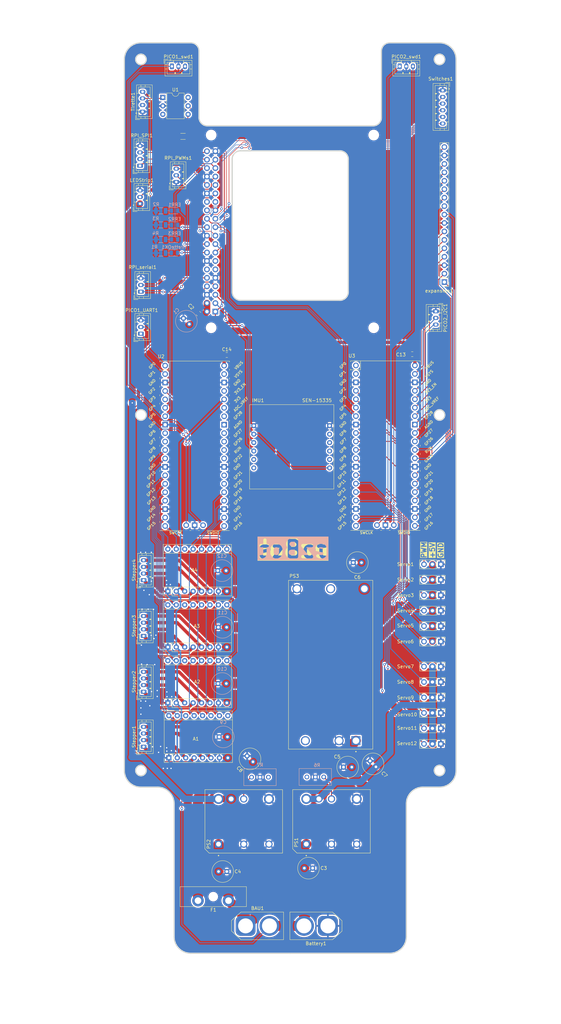
<source format=kicad_pcb>
(kicad_pcb (version 20221018) (generator pcbnew)
  (layers (0 "F.Cu" signal) (31 "B.Cu" signal) (34 "B.Paste" user) (35 "F.Paste" user) (36 "B.SilkS" user "B.Silkscreen") (37 "F.SilkS" user "F.Silkscreen") (38 "B.Mask" user) (39 "F.Mask" user) (44 "Edge.Cuts" user))
  (net 0 "")
  (net 1 "Net-(A1-A2)")
  (net 2 "Net-(A1-A1)")
  (net 3 "Net-(A1-B1)")
  (net 4 "Net-(A1-B2)")
  (net 5 "/FusedProtectedVbatt")
  (net 6 "/EN")
  (net 7 "/CFG1")
  (net 8 "/CFG2")
  (net 9 "/CFG3")
  (net 10 "/CFG0")
  (net 11 "/STEP1")
  (net 12 "/DIR1")
  (net 13 "Net-(A2-A2)")
  (net 14 "Net-(A2-A1)")
  (net 15 "+3.3V")
  (net 16 "/PI_SDA")
  (net 17 "/PI_SCL")
  (net 18 "/RPI_TX3")
  (net 25 "/TIRETTE_input")
  (net 27 "/RPI_RX4")
  (net 28 "/RPI_TX4")
  (net 29 "/RPI_RX3")
  (net 30 "Net-(Tirette1-Pin_3)")
  (net 31 "Net-(ERR1-K)")
  (net 32 "+5V")
  (net 33 "Net-(ERR1-A)")
  (net 37 "Net-(ERR2-K)")
  (net 38 "Net-(ERR2-A)")
  (net 39 "Net-(J1-MOSI0{slash}GPIO10)")
  (net 40 "+7.5V")
  (net 41 "Net-(ERR3-K)")
  (net 42 "Net-(J1-SCLK0{slash}GPIO11)")
  (net 43 "+5VP")
  (net 44 "Net-(J1-~{CE1}{slash}GPIO7)")
  (net 47 "Net-(J1-GCLK2{slash}GPIO6)")
  (net 48 "Net-(ERR3-A)")
  (net 49 "Net-(J1-GPIO14{slash}TXD)")
  (net 50 "Net-(J1-GPIO15{slash}RXD)")
  (net 51 "Net-(J1-GPIO23)")
  (net 52 "Net-(J1-PWM0{slash}GPIO12)")
  (net 53 "Net-(J1-PWM1{slash}GPIO13)")
  (net 54 "Net-(J1-GPIO19{slash}MISO1)")
  (net 55 "/RPI_pico1_RX0")
  (net 56 "/RPI_pico1_TX0")
  (net 57 "Net-(A2-B1)")
  (net 58 "Net-(A2-B2)")
  (net 59 "/STEP2")
  (net 60 "/DIR2")
  (net 61 "Net-(A3-A2)")
  (net 62 "Net-(A3-A1)")
  (net 63 "Net-(A3-B1)")
  (net 64 "Net-(A3-B2)")
  (net 65 "/STEP3")
  (net 66 "/DIR3")
  (net 67 "Net-(A4-A2)")
  (net 68 "Net-(A4-A1)")
  (net 69 "Net-(A4-B1)")
  (net 70 "/LED_strip")
  (net 71 "/RPI_pico2_TX0")
  (net 72 "/RPI_pico2_RX0")
  (net 73 "Net-(PICO1_swd1-Pin_1)")
  (net 74 "Net-(PICO1_swd1-Pin_3)")
  (net 75 "/ISC1_SCL")
  (net 76 "/ISC1_SDA")
  (net 77 "Net-(PICO2_swd1-Pin_1)")
  (net 78 "Net-(PICO2_swd1-Pin_3)")
  (net 79 "Net-(PS2-TRIM)")
  (net 80 "/servo0")
  (net 81 "/servo1")
  (net 82 "/servo2")
  (net 83 "/servo3")
  (net 84 "/servo4")
  (net 85 "/servo5")
  (net 86 "/servo6")
  (net 87 "/servo7")
  (net 88 "/servo8")
  (net 89 "/servo9")
  (net 90 "/servo10")
  (net 91 "Net-(J1-GPIO20{slash}MOSI1)")
  (net 92 "Net-(J1-GPIO21{slash}SCLK1)")
  (net 93 "Net-(PS1-TRIM)")
  (net 94 "/servo11")
  (net 103 "GND")
  (net 104 "+BATT")
  (net 105 "/ProtectedVbatt")
  (net 106 "Net-(A4-B2)")
  (net 107 "/STEP4")
  (net 108 "/DIR4")
  (net 110 "Net-(TiretteOK1-K)")
  (net 118 "/3V3PICO1")
  (net 119 "Net-(U3-GPIO16)")
  (net 120 "Net-(U3-GPIO17)")
  (net 121 "Net-(U3-GPIO18)")
  (net 122 "Net-(U3-GPIO19)")
  (net 123 "Net-(U3-GPIO20)")
  (net 124 "Net-(U3-GPIO21)")
  (net 125 "Net-(U3-GPIO22)")
  (net 126 "Net-(U3-RUN)")
  (net 127 "Net-(U3-AGND)")
  (net 128 "Net-(U3-GPIO28_ADC2)")
  (net 129 "Net-(U3-ADC_VREF)")
  (net 130 "Net-(U3-3V3)")
  (net 131 "Net-(U3-3V3_EN)")
  (net 132 "Net-(U3-VSYS)")
  (footprint "Connector_PinHeader_2.54mm:PinHeader_1x03_P2.54mm_Vertical" (layer "F.Cu") (at 340.36 217.912 -90)
    (fp_text reference "Servo4")
    (fp_text value "1x3_PinHeader")
  )
  (footprint "Connector_JST:JST_PH_B6B-PH-K_1x06_P2.00mm_Vertical" (layer "F.Cu") (at 340.9188 61.3232 -90)
    (fp_text reference "Switches1")
    (fp_text value "Conn_01x06_Pin")
  )
  (footprint "Connector_PinHeader_2.54mm:PinHeader_1x03_P2.54mm_Vertical" (layer "F.Cu") (at 340.36 208.612 -90)
    (fp_text reference "Servo2")
    (fp_text value "1x3_PinHeader")
  )
  (footprint "Connector_PinHeader_2.54mm:PinHeader_1x03_P2.54mm_Vertical" (layer "F.Cu") (at 340.36 239.3822 -90)
    (fp_text reference "Servo8")
    (fp_text value "1x3_PinHeader")
  )
  (footprint "Capacitor_SMD:C_0805_2012Metric" (layer "F.Cu") (at 331.737 140.716 180)
    (fp_text reference "C13")
    (fp_text value "1uF")
  )
  (footprint "Connector_JST:JST_PH_B4B-PH-K_1x04_P2.00mm_Vertical" (layer "F.Cu") (at 250.444 67.754 90)
    (fp_text reference "Tirette1")
    (fp_text value "jst PH 01x4")
  )
  (footprint "Capacitor_THT:C_Radial_D6.3mm_H11.0mm_P2.50mm" (layer "F.Cu") (at 316.444 203.454 180)
    (fp_text reference "C6")
    (fp_text value "100uF")
  )
  (footprint "Ensmasteel_librairy:TMCStick" (layer "F.Cu") (at 258.064 228.87 90)
    (fp_text reference "A3")
    (fp_text value "TMCSilentStepStick")
  )
  (footprint "Package_DIP:DIP-6_W7.62mm" (layer "F.Cu") (at 256.55 63.4642)
    (fp_text reference "U1")
    (fp_text value "4N35")
  )
  (footprint "Connector_PinHeader_2.54mm:PinHeader_1x03_P2.54mm_Vertical" (layer "F.Cu") (at 340.36 248.6822 -90)
    (fp_text reference "Servo10")
    (fp_text value "1x3_PinHeader")
  )
  (footprint "Connector_JST:JST_PH_B3B-PH-K_1x03_P2.00mm_Vertical" (layer "F.Cu") (at 249.936 121.92 90)
    (fp_text reference "RPI_serial1")
    (fp_text value "JST PH 3")
  )
  (footprint "Ensmasteel_librairy:Raspberry_Pi_4" (layer "F.Cu") (at 271.1252 103.7826 90)
    (fp_text reference "J1")
    (fp_text value "Raspberry_Pi_4")
  )
  (footprint "Ensmasteel_librairy:CONV_I3A4W008A033V-001-R" (layer "F.Cu") (at 280.944 281.324 90)
    (fp_text reference "PS2")
    (fp_text value "I3A4W008A033V-001-R")
  )
  (footprint "Capacitor_SMD:C_0805_2012Metric" (layer "F.Cu") (at 267.300109 128.524 -45)
    (fp_text reference "C2")
    (fp_text value "1uF")
  )
  (footprint "Ensmasteel_librairy:TMCStick" (layer "F.Cu") (at 258.064 245.66 90)
    (fp_text reference "A2")
    (fp_text value "TMCSilentStepStick")
  )
  (footprint "Connector_PinHeader_2.54mm:PinHeader_1x17_P2.54mm_Vertical" (layer "F.Cu") (at 341.4268 119.0244 180)
    (fp_text reference "expansion1")
    (fp_text value "Conn_01x17_Pin")
  )
  (footprint "Connector_JST:JST_PH_B4B-PH-K_1x04_P2.00mm_Vertical" (layer "F.Cu") (at 250.7576 208.74 90)
    (fp_text reference "Stepper4")
    (fp_text value "jst PH 01x4")
  )
  (footprint "Ensmasteel_librairy:RPi_Pico_SMD_TH" (layer "F.Cu") (at 323.6468 168.2496)
    (fp_text reference "U3")
    (fp_text value "Pico")
  )
  (footprint "Capacitor_THT:C_Radial_D6.3mm_H11.0mm_P2.50mm" (layer "F.Cu") (at 283.718 263.398 135)
    (fp_text reference "C8")
    (fp_text value "100uF")
  )
  (footprint "Connector_JST:JST_PH_B3B-PH-K_1x03_P2.00mm_Vertical" (layer "F.Cu") (at 327.946 54.102)
    (fp_text reference "PICO2_swd1")
    (fp_text value "JST PH 3")
  )
  (footprint "Capacitor_THT:C_Radial_D6.3mm_H11.0mm_P2.50mm" (layer "F.Cu") (at 299.212 295.402)
    (fp_text reference "C3")
    (fp_text value "100uF")
  )
  (footprint "Connector_JST:JST_PH_B3B-PH-K_1x03_P2.00mm_Vertical" (layer "F.Cu") (at 249.936 134.556 90)
    (fp_text reference "PICO1_UART1")
    (fp_text value "JST PH 3")
  )
  (footprint "Ensmasteel_librairy:TMCStick" (layer "F.Cu") (at 258.064 212.08 90)
    (fp_text reference "A4")
    (fp_text value "TMCSilentStepStick")
  )
  (footprint "Capacitor_THT:C_Radial_D6.3mm_H11.0mm_P2.50mm" (layer "F.Cu") (at 313.5176 264.9982 180)
    (fp_text reference "C5")
    (fp_text value "100uF")
  )
  (footprint "Connector_JST:JST_PH_B4B-PH-K_1x04_P2.00mm_Vertical" (layer "F.Cu") (at 250.7576 242.32 90)
    (fp_text reference "Stepper2")
    (fp_text value "jst PH 01x4")
  )
  (footprint "Connector_PinHeader_2.54mm:PinHeader_1x03_P2.54mm_Vertical" (layer "F.Cu") (at 340.36 213.262 -90)
    (fp_text reference "Servo3")
    (fp_text value "1x3_PinHeader")
  )
  (footprint "Capacitor_SMD:C_0805_2012Metric" (layer "F.Cu") (at 275.831 140.97)
    (fp_text reference "C14")
    (fp_text value "1uF")
  )
  (footprint "Fuse:Fuseholder_Blade_ATO_Littelfuse_Pudenz_2_Pin" (layer "F.Cu") (at 276.352 305.181 180)
    (fp_text reference "F1")
    (fp_text value "Fuse")
  )
  (footprint "Connector_JST:JST_PH_B3B-PH-K_1x03_P2.00mm_Vertical" (layer "F.Cu") (at 338.836 127.826 -90)
    (fp_text reference "PICO2_I2C1")
    (fp_text value "JST PH 3")
  )
  (footprint "Connector_PinHeader_2.54mm:PinHeader_1x03_P2.54mm_Vertical" (layer "F.Cu") (at 340.36 222.562 -90)
    (fp_text reference "Servo5")
    (fp_text value "1x3_PinHeader")
  )
  (footprint "Ensmasteel_librairy:CONV_I3A4W008A033V-001-R" (layer "F.Cu") (at 307.3962 281.313 90)
    (fp_text reference "PS1")
    (fp_text value "I3A4W008A033V-001-R")
  )
  (footprint "Connector_AMASS:AMASS_XT60-M_1x02_P7.20mm_Vertical" (layer "F.Cu") (at 306.3104 312.7756 180)
    (fp_text reference "Battery1")
    (fp_text value "XT60-M")
  )
  (footprint "Connector_JST:JST_PH_B3B-PH-K_1x03_P2.00mm_Vertical" (layer "F.Cu") (at 259.27 54.102)
    (fp_text reference "PICO1_swd1")
    (fp_text value "JST PH 3")
  )
  (footprint "Connector_JST:JST_PH_B4B-PH-K_1x04_P2.00mm_Vertical" (layer "F.Cu") (at 249.682 84.01 90)
    (fp_text reference "RPI_SPI1")
    (fp_text value "jst PH 01x4")
  )
  (footprint "Connector_JST:JST_PH_B3B-PH-K_1x03_P2.00mm_Vertical" (layer "F.Cu") (at 249.682 95.44 90)
    (fp_text reference "LEDStrip1")
    (fp_text value "JST PH 3")
  )
  (footprint "Connector_AMASS:AMASS_XT60-F_1x02_P7.20mm_Vertical" (layer "F.Cu") (at 281.4964 312.7756)
    (fp_text reference "BAU1")
    (fp_text value "XT60-F")
  )
  (footprint "Resistor_SMD:R_1206_3216Metric" (layer "F.Cu") (at 262.636 75.184 180)
    (fp_text reference "R5" hide)
    (fp_text value "1k")
  )
  (footprint "Connector_PinHeader_2.54mm:PinHeader_1x03_P2.54mm_Vertical" (layer "F.Cu") (at 340.36 244.0322 -90)
    (fp_text reference "Servo9")
    (fp_text value "1x3_PinHeader")
  )
  (footprint "Connector_PinHeader_2.54mm:PinHeader_1x03_P2.54mm_Vertical" (layer "F.Cu") (at 340.36 227.212 -90)
    (fp_text reference "Servo6")
    (fp_text value "1x3_PinHeader")
  )
  (footprint "Ensmasteel_librairy:RPi_Pico_SMD_TH" (layer "F.Cu") (at 266.1412 168.3004)
    (fp_text reference "U2")
    (fp_text value "Pico")
  )
  (footprint "Connector_PinHeader_2.54mm:PinHeader_1x03_P2.54mm_Vertical" (layer "F.Cu") (at 340.36 234.7322 -90)
    (fp_text reference "Servo7")
    (fp_text value "1x3_PinHeader")
  )
  (footprint "Capacitor_THT:C_Radial_D6.3mm_H11.0mm_P2.50mm" (layer "F.Cu") (at 273.344 296.418)
    (fp_text reference "C4")
    (fp_text value "100uF")
  )
  (footprint "Capacitor_THT:C_Radial_D6.3mm_H11.0mm_P2.50mm" (layer "F.Cu") (at 320.791767 264.911767 135)
    (fp_text reference "C7")
    (fp_text value "100uF")
  )
  (footprint "Connector_JST:JST_PH_B4B-PH-K_1x04_P2.00mm_Vertical" (layer "F.Cu") (at 250.7576 258.872 90)
    (fp_text reference "Stepper1")
    (fp_text value "jst PH 01x4")
  )
  (footprint "Ensmasteel_librairy:TMCStick" (layer "F.Cu") (at 258.3688 262.212 90)
    (fp_text reference "A1")
    (fp_text value "TMCSilentStepStick")
  )
  (footprint "Connector_JST:JST_PH_B3B-PH-K_1x03_P2.00mm_Vertical" (layer "F.Cu") (at 260.604 88.9 90)
    (fp_text reference "RPI_PWMs1")
    (fp_text value "JST PH 3")
  )
  (footprint "Ensmasteel_librairy:CONV_TEN_30-2423" (layer "F.Cu") (at 307.1422 234.1852 -90)
    (fp_text reference "PS3")
    (fp_text value "TEN_50-2423")
  )
  (footprint "Connector_PinHeader_2.54mm:PinHeader_1x03_P2.54mm_Vertical" (layer "F.Cu") (at 340.36 203.962 -90)
    (fp_text reference "Servo1")
    (fp_text value "1x3_PinHeader")
  )
  (footprint "Connector_PinHeader_2.54mm:PinHeader_1x03_P2.54mm_Vertical" (layer "F.Cu") (at 340.36 253.3322 -90)
    (fp_text reference "Servo11")
    (fp_text value "1x3_PinHeader")
  )
  (footprint "Connector_PinHeader_2.54mm:PinHeader_1x03_P2.54mm_Vertical" (layer "F.Cu") (at 340.36 258.0132 -90)
    (fp_text reference "Servo12")
    (fp_text value "1x3_PinHeader")
  )
  (footprint "Ensmasteel_librairy:SEN-15335" (layer "F.Cu") (at 295.402 168.6052)
    (fp_text reference "IMU1")
    (fp_text value "SEN-15335")
  )
  (footprint "Connector_JST:JST_PH_B4B-PH-K_1x04_P2.00mm_Vertical" (layer "F.Cu") (at 250.7576 225.53 90)
    (fp_text reference "Stepper3")
    (fp_text value "jst PH 01x4")
  )
  (footprint "LED_SMD:LED_0805_2012Metric" (layer "B.Cu") (at 260.056 110.236)
    (fp_text reference "TiretteOK1")
    (fp_text value "LED")
  )
  (footprint "Capacitor_THT:C_Radial_D6.3mm_H11.0mm_P2.50mm" (layer "B.Cu") (at 275.7786 222.9104 180)
    (fp_text reference "C11")
    (fp_text value "100uF")
  )
  (footprint "LED_SMD:LED_0805_2012Metric" (layer "B.Cu") (at 260.096 101.854)
    (fp_text reference "ERR2")
    (fp_text value "LED")
  )
  (footprint "Resistor_SMD:R_1206_3216Metric" (layer "B.Cu") (at 255.9304 106.2228)
    (fp_text reference "R4")
    (fp_text value "100R")
  )
  (footprint "Capacitor_THT:C_Radial_D6.3mm_H11.0mm_P2.50mm" (layer "B.Cu") (at 276.0326 255.905 180)
    (fp_text reference "C9")
    (fp_text value "100uF")
  )
  (footprint "Resistor_SMD:R_1206_3216Metric" (layer "B.Cu") (at 255.9304 101.820133)
    (fp_text reference "R3")
    (fp_text value "100R")
  )
  (footprint "LED_SMD:LED_0805_2012Metric" (layer "B.Cu") (at 260.096 106.172)
    (fp_text reference "ERR3")
    (fp_text value "LED")
  )
  (footprint "Resistor_SMD:R_1206_3216Metric" (layer "B.Cu") (at 255.9304 110.2868)
    (fp_text reference "R1")
    (fp_text value "100R")
  )
  (footprint "LED_SMD:LED_0805_2012Metric" (layer "B.Cu") (at 260.096 97.536)
    (fp_text reference "ERR1")
    (fp_text value "LED")
  )
  (footprint "Capacitor_THT:C_Radial_D6.3mm_H11.0mm_P2.50mm" (layer "B.Cu") (at 275.6916 239.8522 180)
    (fp_text reference "C10")
    (fp_text value "100uF")
  )
  (footprint "Capacitor_THT:C_Radial_D6.3mm_H11.0mm_P2.50mm" (layer "B.Cu") (at 264.535883 131.693883 135)
    (fp_text reference "C1")
    (fp_text value "100uF")
  )
  (footprint "Potentiometer_THT:Potentiometer_Bourns_3296W_Vertical" (layer "B.Cu") (at 305.054 267.97)
    (fp_text reference "R6")
    (fp_text value "R_Trim")
  )
  (footprint "Capacitor_THT:C_Radial_D6.3mm_H11.0mm_P2.50mm" (layer "B.Cu") (at 275.6262 205.867 180)
    (fp_text reference "C12")
    (fp_text value "100uF")
  )
  (footprint "Potentiometer_THT:Potentiometer_Bourns_3296W_Vertical" (layer "B.Cu") (at 283.3016 268.0208 180)
    (fp_text reference "R7")
    (fp_text value "R_Trim")
  )
  (footprint "Resistor_SMD:R_1206_3216Metric" (layer "B.Cu") (at 255.9304 97.5868)
    (fp_text reference "R2")
    (fp_text value "100R")
  )
  (gr_arc (start 254.9576 271.019185) (mid 258.493139 272.48365) (end 259.9576 276.019185) (stroke (width 0.35)) (layer "Edge.Cuts"))
  (gr_circle (center 249.9576 52.0192) (end 249.9576 50.4192) (stroke (width 0.35)) (fill none) (layer "Edge.Cuts"))
  (gr_line (start 264.9576 47.0192) (end 249.9576 47.0192) (stroke (width 0.35)) (layer "Edge.Cuts"))
  (gr_line (start 312.4576 122.0192) (end 312.4576 82.0192) (stroke (width 0.35)) (layer "Edge.Cuts"))
  (gr_arc (start 249.9576 271.019185) (mid 246.422071 269.554718) (end 244.9576 266.019185) (stroke (width 0.35)) (layer "Edge.Cuts"))
  (gr_line (start 269.9576 72.0192) (end 319.9576 72.0192) (stroke (width 0.35)) (layer "Edge.Cuts"))
  (gr_line (start 309.9576 79.5192) (end 279.9576 79.5192) (stroke (width 0.35)) (layer "Edge.Cuts"))
  (gr_arc (start 277.4576 82.0192) (mid 278.189833 80.251433) (end 279.9576 79.5192) (stroke (width 0.35)) (layer "Edge.Cuts"))
  (gr_line (start 344.9576 266.019185) (end 344.9576 52.0192) (stroke (width 0.35)) (layer "Edge.Cuts"))
  (gr_arc (start 344.9576 266.019185) (mid 343.493168 269.554758) (end 339.9576 271.019185) (stroke (width 0.35)) (layer "Edge.Cuts"))
  (gr_arc (start 244.9576 52.0192) (mid 246.422066 48.483666) (end 249.9576 47.0192) (stroke (width 0.35)) (layer "Edge.Cuts"))
  (gr_line (start 339.9576 271.019185) (end 334.9576 271.019185) (stroke (width 0.35)) (layer "Edge.Cuts"))
  (gr_line (start 329.9576 276.019185) (end 329.9576 316.019185) (stroke (width 0.35)) (layer "Edge.Cuts"))
  (gr_line (start 267.4576 49.5192) (end 267.4576 69.5192) (stroke (width 0.35)) (layer "Edge.Cuts"))
  (gr_circle (center 339.9576 266.019185) (end 339.9576 264.419185) (stroke (width 0.35)) (fill none) (layer "Edge.Cuts"))
  (gr_arc (start 339.9576 47.0192) (mid 343.493134 48.483666) (end 344.9576 52.0192) (stroke (width 0.35)) (layer "Edge.Cuts"))
  (gr_line (start 259.9576 276.019185) (end 259.9576 316.019185) (stroke (width 0.35)) (layer "Edge.Cuts"))
  (gr_arc (start 329.9576 276.019185) (mid 331.422101 272.48369) (end 334.9576 271.019185) (stroke (width 0.35)) (layer "Edge.Cuts"))
  (gr_arc (start 329.9576 316.019185) (mid 328.493168 319.554758) (end 324.9576 321.019185) (stroke (width 0.35)) (layer "Edge.Cuts"))
  (gr_line (start 322.4576 49.5192) (end 322.4576 69.5192) (stroke (width 0.35)) (layer "Edge.Cuts"))
  (gr_arc (start 309.9576 79.5192) (mid 311.725367 80.251433) (end 312.4576 82.0192) (stroke (width 0.35)) (layer "Edge.Cuts"))
  (gr_arc (start 264.9576 321.019185) (mid 261.422071 319.554718) (end 259.9576 316.019185) (stroke (width 0.35)) (layer "Edge.Cuts"))
  (gr_arc (start 312.4576 122.0192) (mid 311.725367 123.786967) (end 309.9576 124.5192) (stroke (width 0.35)) (layer "Edge.Cuts"))
  (gr_arc (start 322.4576 69.5192) (mid 321.725367 71.286967) (end 319.9576 72.0192) (stroke (width 0.35)) (layer "Edge.Cuts"))
  (gr_circle (center 249.9576 159.019185) (end 249.9576 157.419185) (stroke (width 0.35)) (fill none) (layer "Edge.Cuts"))
  (gr_line (start 244.9576 52.0192) (end 244.9576 266.019185) (stroke (width 0.35)) (layer "Edge.Cuts"))
  (gr_arc (start 322.4576 49.5192) (mid 323.189833 47.751433) (end 324.9576 47.0192) (stroke (width 0.35)) (layer "Edge.Cuts"))
  (gr_line (start 324.9576 321.019185) (end 294.9576 321.019185) (stroke (width 0.35)) (layer "Edge.Cuts"))
  (gr_line (start 249.9576 271.019185) (end 254.9576 271.019185) (stroke (width 0.35)) (layer "Edge.Cuts"))
  (gr_line (start 279.9576 124.5192) (end 309.9576 124.5192) (stroke (width 0.35)) (layer "Edge.Cuts"))
  (gr_circle (center 339.9576 159.019185) (end 339.9576 157.419185) (stroke (width 0.35)) (fill none) (layer "Edge.Cuts"))
  (gr_circle (center 249.9576 266.019185) (end 249.9576 264.419185) (stroke (width 0.35)) (fill none) (layer "Edge.Cuts"))
  (gr_line (start 277.4576 82.0192) (end 277.4576 122.0192) (stroke (width 0.35)) (layer "Edge.Cuts"))
  (gr_arc (start 269.9576 72.0192) (mid 268.189833 71.286967) (end 267.4576 69.5192) (stroke (width 0.35)) (layer "Edge.Cuts"))
  (gr_arc (start 264.9576 47.0192) (mid 266.725367 47.751433) (end 267.4576 49.5192) (stroke (width 0.35)) (layer "Edge.Cuts"))
  (gr_arc (start 279.9576 124.5192) (mid 278.189833 123.786967) (end 277.4576 122.0192) (stroke (width 0.35)) (layer "Edge.Cuts"))
  (gr_line (start 264.9576 321.019185) (end 294.9576 321.019185) (stroke (width 0.35)) (layer "Edge.Cuts"))
  (gr_circle (center 339.9576 52.0192) (end 339.9576 50.4192) (stroke (width 0.35)) (fill none) (layer "Edge.Cuts"))
  (gr_line (start 339.9576 47.0192) (end 324.9576 47.0192) (stroke (width 0.35)) (layer "Edge.Cuts"))
  (gr_text "ezBot" (at 307.0352 202.3364) (layer "B.SilkS" knockout) (effects (font (size 5 5) (thickness 1) bold) (justify left bottom mirror)))
  (gr_text "+5V" (at 338.6836 202.2856 90) (layer "F.SilkS" knockout) (effects (font (size 1.5 1.5) (thickness 0.3) bold) (justify left bottom)))
  (gr_text "PWM" (at 336.1436 202.2856 90) (layer "F.SilkS" knockout) (effects (font (size 1.5 1.5) (thickness 0.3) bold) (justify left bottom)))
  (gr_text "ezBot" (at 284.5308 202.4888) (layer "F.SilkS" knockout) (effects (font (size 5 5) (thickness 1) bold) (justify left bottom)))
  (gr_text "GND" (at 341.2236 202.2348 90) (layer "F.SilkS" knockout) (effects (font (size 1.5 1.5) (thickness 0.3) bold) (justify left bottom)))
  (segment (start 258.1088 256.872) (end 250.7576 256.872) (width 1) (layer "F.Cu") (net 1))
  (segment (start 263.4488 262.212) (end 258.1088 256.872) (width 1) (layer "F.Cu") (net 1))
  (segment (start 255.5976 263.712) (end 250.7576 258.872) (width 1) (layer "F.Cu") (net 2))
  (segment (start 264.4888 263.712) (end 255.5976 263.712) (width 1) (layer "F.Cu") (net 2))
  (segment (start 265.9888 262.212) (end 264.4888 263.712) (width 1) (layer "F.Cu") (net 2))
  (segment (start 250.7576 254.872) (end 261.1888 254.872) (width 1) (layer "F.Cu") (net 3))
  (segment (start 261.1888 254.872) (end 268.5288 262.212) (width 1) (layer "F.Cu") (net 3))
  (segment (start 271.0688 262.212) (end 261.7288 252.872) (width 1) (layer "F.Cu") (net 4))
  (segment (start 261.7288 252.872) (end 250.7576 252.872) (width 1) (layer "F.Cu") (net 4))
  (segment (start 276.1488 262.212) (end 280.8048 257.556) (width 3) (layer "F.Cu") (net 5))
  (segment (start 276.1488 265.3792) (end 276.1488 262.212) (width 3) (layer "F.Cu") (net 5))
  (segment (start 275.844 222.9758) (end 275.844 228.87) (width 3) (layer "F.Cu") (net 5))
  (segment (start 275.844 245.66) (end 275.844 240.0046) (width 2) (layer "F.Cu") (net 5))
  (segment (start 280.8478 239.8522) (end 275.6916 239.8522) (width 3) (layer "F.Cu") (net 5))
  (segment (start 267.152 274.376) (end 276.1488 265.3792) (width 3) (layer "F.Cu") (net 5))
  (segment (start 280.924 257.556) (end 280.924 239.776) (width 3) (layer "F.Cu") (net 5))
  (segment (start 275.844 212.08) (end 275.844 206.0848) (width 3) (layer "F.Cu") (net 5))
  (segment (start 278.374 212.08) (end 275.844 212.08) (width 3) (layer "F.Cu") (net 5))
  (segment (start 280.924 239.776) (end 280.8478 239.8522) (width 3) (layer "F.Cu") (net 5))
  (segment (start 280.924 222.504) (end 280.5176 222.9104) (width 3) (layer "F.Cu") (net 5))
  (segment (start 280.924 222.504) (end 280.924 214.63) (width 3) (layer "F.Cu") (net 5))
  (segment (start 280.924 239.776) (end 280.924 222.504) (width 3) (layer "F.Cu") (net 5))
  (segment (start 279.1538 255.905) (end 276.0326 255.905) (width 3) (layer "F.Cu") (net 5))
  (segment (start 267.152 305.181) (end 267.152 274.376) (width 3) (layer "F.Cu") (net 5))
  (segment (start 280.5176 222.9104) (end 275.7786 222.9104) (width 3) (layer "F.Cu") (net 5))
  (segment (start 280.8048 257.556) (end 279.1538 255.905) (width 3) (layer "F.Cu") (net 5))
  (segment (start 280.8048 257.556) (end 280.924 257.556) (width 3) (layer "F.Cu") (net 5))
  (segment (start 275.7786 222.9104) (end 275.844 222.9758) (width 3) (layer "F.Cu") (net 5))
  (segment (start 280.924 214.63) (end 278.374 212.08) (width 3) (layer "F.Cu") (net 5))
  (segment (start 275.844 206.0848) (end 275.6262 205.867) (width 3) (layer "F.Cu") (net 5))
  (segment (start 275.844 240.0046) (end 275.6916 239.8522) (width 2) (layer "F.Cu") (net 5))
  (segment (start 260.096 193.4464) (end 260.096 154.6352) (width 0.254) (layer "F.Cu") (net 6))
  (segment (start 262.3312 195.6816) (end 260.096 193.4464) (width 0.254) (layer "F.Cu") (net 6))
  (segment (start 275.844 199.38) (end 275.844 198.0692) (width 0.254) (layer "F.Cu") (net 6))
  (segment (start 273.4564 195.6816) (end 262.3312 195.6816) (width 0.254) (layer "F.Cu") (net 6))
  (segment (start 260.096 154.6352) (end 257.2512 151.7904) (width 0.254) (layer "F.Cu") (net 6))
  (segment (start 275.844 198.0692) (end 273.4564 195.6816) (width 0.254) (layer "F.Cu") (net 6))
  (segment (start 278.5872 218.9132) (end 278.5872 230.1748) (width 0.254) (layer "B.Cu") (net 6))
  (segment (start 278.3332 247.3452) (end 276.1664 249.512) (width 0.254) (layer "B.Cu") (net 6))
  (segment (start 278.5872 230.1748) (end 275.844 232.918) (width 0.254) (layer "B.Cu") (net 6))
  (segment (start 278.3332 213.6808) (end 275.844 216.17) (width 0.254) (layer "B.Cu") (net 6))
  (segment (start 275.844 199.38) (end 278.3332 201.8692) (width 0.254) (layer "B.Cu") (net 6))
  (segment (start 278.3332 235.4492) (end 278.3332 247.3452) (width 0.254) (layer "B.Cu") (net 6))
  (segment (start 276.1664 249.512) (end 276.1488 249.512) (width 0.254) (layer "B.Cu") (net 6))
  (segment (start 278.3332 201.8692) (end 278.3332 213.6808) (width 0.254) (layer "B.Cu") (net 6))
  (segment (start 275.844 232.918) (end 275.844 232.96) (width 0.254) (layer "B.Cu") (net 6))
  (segment (start 275.844 232.96) (end 278.3332 235.4492) (width 0.254) (layer "B.Cu") (net 6))
  (segment (start 275.844 216.17) (end 278.5872 218.9132) (width 0.254) (layer "B.Cu") (net 6))
  (segment (start 273.304 194.1576) (end 275.0312 192.4304) (width 0.254) (layer "B.Cu") (net 7))
  (segment (start 272.0646 234.1994) (end 273.304 232.96) (width 0.254) (layer "B.Cu") (net 7))
  (segment (start 272.0646 247.9678) (end 272.0646 234.1994) (width 0.254) (layer "B.Cu") (net 7))
  (segment (start 273.304 232.96) (end 272.1516 231.8076) (width 0.254) (layer "B.Cu") (net 7))
  (segment (start 273.304 216.17) (end 271.9992 214.8652) (width 0.254) (layer "B.Cu") (net 7))
  (segment (start 271.9992 200.6848) (end 273.304 199.38) (width 0.254) (layer "B.Cu") (net 7))
  (segment (start 273.6088 249.512) (end 272.0646 247.9678) (width 0.254) (layer "B.Cu") (net 7))
  (segment (start 272.1516 217.3224) (end 273.304 216.17) (width 0.254) (layer "B.Cu") (net 7))
  (segment (start 271.9992 214.8652) (end 271.9992 200.6848) (width 0.254) (layer "B.Cu") (net 7))
  (segment (start 273.304 199.38) (end 273.304 194.1576) (width 0.254) (layer "B.Cu") (net 7))
  (segment (start 272.1516 231.8076) (end 272.1516 217.3224) (width 0.254) (layer "B.Cu") (net 7))
  (segment (start 271.0688 249.512) (end 269.637 248.0802) (width 0.254) (layer "B.Cu") (net 8))
  (segment (start 270.764 232.96) (end 269.637 231.833) (width 0.254) (layer "B.Cu") (net 8))
  (segment (start 270.764 199.38) (end 270.764 194.1576) (width 0.254) (layer "B.Cu") (net 8))
  (segment (start 270.764 194.1576) (end 275.0312 189.8904) (width 0.254) (layer "B.Cu") (net 8))
  (segment (start 269.637 200.507) (end 270.764 199.38) (width 0.254) (layer "B.Cu") (net 8))
  (segment (start 269.637 248.0802) (end 269.637 234.087) (width 0.254) (layer "B.Cu") (net 8))
  (segment (start 270.764 216.17) (end 269.637 215.043) (width 0.254) (layer "B.Cu") (net 8))
  (segment (start 269.637 231.833) (end 269.637 217.297) (width 0.254) (layer "B.Cu") (net 8))
  (segment (start 269.637 215.043) (end 269.637 200.507) (width 0.254) (layer "B.Cu") (net 8))
  (segment (start 269.637 217.297) (end 270.764 216.17) (width 0.254) (layer "B.Cu") (net 8))
  (segment (start 269.637 234.087) (end 270.764 232.96) (width 0.254) (layer "B.Cu") (net 8))
  (segment (start 268.5288 249.512) (end 267.097 248.0802) (width 0.254) (layer "B.Cu") (net 9))
  (segment (start 268.224 196.055548) (end 272.542 191.737548) (width 0.254) (layer "B.Cu") (net 9))
  (segment (start 267.097 231.833) (end 267.097 217.297) (width 0.254) (layer "B.Cu") (net 9))
  (segment (start 268.224 199.38) (end 268.224 196.055548) (width 0.254) (layer "B.Cu") (net 9))
  (segment (start 272.542 191.737548) (end 272.542 187.2996) (width 0.254) (layer "B.Cu") (net 9))
  (segment (start 268.224 232.96) (end 267.097 231.833) (width 0.254) (layer "B.Cu") (net 9))
  (segment (start 267.097 234.087) (end 268.224 232.96) (width 0.254) (layer "B.Cu") (net 9))
  (segment (start 272.542 187.2996) (end 275.0312 184.8104) (width 0.254) (layer "B.Cu") (net 9))
  (segment (start 267.097 217.297) (end 268.224 216.17) (width 0.254) (layer "B.Cu") (net 9))
  (segment (start 267.097 215.043) (end 267.097 200.507) (width 0.254) (layer "B.Cu") (net 9))
  (segment (start 267.097 248.0802) (end 267.097 234.087) (width 0.254) (layer "B.Cu") (net 9))
  (segment (start 267.097 200.507) (end 268.224 199.38) (width 0.254) (layer "B.Cu") (net 9))
  (segment (start 268.224 216.17) (end 267.097 215.043) (width 0.254) (layer "B.Cu") (net 9))
  (segment (start 265.684 199.38) (end 265.684 197.953496) (width 0.254) (layer "B.Cu") (net 10))
  (segment (start 264.557 248.0802) (end 264.557 234.087) (width 0.254) (layer "B.Cu") (net 10))
  (segment (start 272.088 185.2136) (end 275.0312 182.2704) (width 0.254) (layer "B.Cu") (net 10))
  (segment (start 264.557 231.833) (end 264.557 217.297) (width 0.254) (layer "B.Cu") (net 10))
  (segment (start 265.9888 249.512) (end 264.557 248.0802) (width 0.254) (layer "B.Cu") (net 10))
  (segment (start 265.684 199.38) (end 264.557 200.507) (width 0.254) (layer "B.Cu") (net 10))
  (segment (start 264.557 217.297) (end 265.684 216.17) (width 0.254) (layer "B.Cu") (net 10))
  (segment (start 265.684 197.953496) (end 272.088 191.549496) (width 0.254) (layer "B.Cu") (net 10))
  (segment (start 272.088 191.549496) (end 272.088 185.2136) (width 0.254) (layer "B.Cu") (net 10))
  (segment (start 264.557 234.087) (end 265.684 232.96) (width 0.254) (layer "B.Cu") (net 10))
  (segment (start 264.557 215.043) (end 265.684 216.17) (width 0.254) (layer "B.Cu") (net 10))
  (segment (start 264.557 200.507) (end 264.557 215.043) (width 0.254) (layer "B.Cu") (net 10))
  (segment (start 265.684 232.96) (end 264.557 231.833) (width 0.254) (layer "B.Cu") (net 10))
  (segment (start 259.7818 248.385) (end 258.037 248.385) (width 0.254) (layer "B.Cu") (net 11))
  (segment (start 260.9088 249.512) (end 259.7818 248.385) (width 0.254) (layer "B.Cu") (net 11))
  (segment (start 256.029 216.086398) (end 254.978 215.035398) (width 0.254) (layer "B.Cu") (net 11))
  (segment (start 253.762 196.396) (end 253.762 175.5996) (width 0.254) (layer "B.Cu") (net 11))
  (segment (start 256.029 231.567052) (end 256.029 216.086398) (width 0.254) (layer "B.Cu") (net 11))
  (segment (start 254.978 215.035398) (end 254.978 197.612) (width 0.254) (layer "B.Cu") (net 11))
  (segment (start 256.705974 247.053974) (end 256.705974 232.244026) (width 0.254) (layer "B.Cu") (net 11))
  (segment (start 258.037 248.385) (end 256.705974 247.053974) (width 0.254) (layer "B.Cu") (net 11))
  (segment (start 256.705974 232.244026) (end 256.029 231.567052) (width 0.254) (layer "B.Cu") (net 11))
  (segment (start 254.978 197.612) (end 253.762 196.396) (width 0.254) (layer "B.Cu") (net 11))
  (segment (start 253.762 175.5996) (end 257.2512 172.1104) (width 0.254) (layer "B.Cu") (net 11))
  (segment (start 259.648948 250.639) (end 256.251974 247.242026) (width 0.254) (layer "B.Cu") (net 12))
  (segment (start 256.251974 247.242026) (end 256.251974 232.432078) (width 0.254) (layer "B.Cu") (net 12))
  (segment (start 254.524 197.800052) (end 253.308 196.584052) (width 0.254) (layer "B.Cu") (net 12))
  (segment (start 259.4958 250.639) (end 259.648948 250.639) (width 0.254) (layer "B.Cu") (net 12))
  (segment (start 255.575 216.27445) (end 254.524 215.22345) (width 0.254) (layer "B.Cu") (net 12))
  (segment (start 254.524 215.22345) (end 254.524 197.800052) (width 0.254) (layer "B.Cu") (net 12))
  (segment (start 258.3688 249.512) (end 259.4958 250.639) (width 0.254) (layer "B.Cu") (net 12))
  (segment (start 256.251974 232.432078) (end 255.575 231.755104) (width 0.254) (layer "B.Cu") (net 12))
  (segment (start 255.575 231.755104) (end 255.575 216.27445) (width 0.254) (layer "B.Cu") (net 12))
  (segment (start 253.308 173.5136) (end 257.2512 169.5704) (width 0.254) (layer "B.Cu") (net 12))
  (segment (start 253.308 196.584052) (end 253.308 173.5136) (width 0.254) (layer "B.Cu") (net 12))
  (segment (start 257.804 240.32) (end 250.7576 240.32) (width 1) (layer "F.Cu") (net 13))
  (segment (start 263.144 245.66) (end 257.804 240.32) (width 1) (layer "F.Cu") (net 13))
  (segment (start 265.684 245.66) (end 264.184 247.16) (width 1) (layer "F.Cu") (net 14))
  (segment (start 264.184 247.16) (end 255.5976 247.16) (width 1) (layer "F.Cu") (net 14))
  (segment (start 255.5976 247.16) (end 250.7576 242.32) (width 1) (layer "F.Cu") (net 14))
  (segment (start 272.3896 76.6064) (end 275.6916 79.9084) (width 0.152) (layer "F.Cu") (net 15))
  (segment (start 340.9188 63.3232) (end 327.7584 76.4836) (width 0.152) (layer "F.Cu") (net 15))
  (segment (start 272.3952 127.9126) (end 272.5438 127.9126) (width 0.3) (layer "F.Cu") (net 15))
  (segment (start 275.6916 79.9084) (end 275.6916 98.806) (width 0.152) (layer "F.Cu") (net 15))
  (segment (start 267.2588 69.093) (end 267.2588 76.6064) (width 0.152) (layer "F.Cu") (net 15))
  (segment (start 267.2588 76.6064) (end 272.3896 76.6064) (width 0.152) (layer "F.Cu") (net 15))
  (segment (start 264.17 66.0042) (end 267.2588 69.093) (width 0.152) (layer "F.Cu") (net 15))
  (segment (start 275.6916 98.806) (end 275.8948 99.0092) (width 0.152) (layer "F.Cu") (net 15))
  (segment (start 272.5438 127.9126) (end 274.32 126.1364) (width 0.3) (layer "F.Cu") (net 15))
  (segment (start 275.1328 132.1308) (end 272.3952 129.3932) (width 0.3) (layer "F.Cu") (net 15))
  (segment (start 327.7584 76.4836) (end 272.5124 76.4836) (width 0.152) (layer "F.Cu") (net 15))
  (segment (start 272.5124 76.4836) (end 272.3896 76.6064) (width 0.152) (layer "F.Cu") (net 15))
  (segment (start 280.416 132.1308) (end 275.1328 132.1308) (width 0.3) (layer "F.Cu") (net 15))
  (segment (start 272.3952 129.3932) (end 272.3952 127.9126) (width 0.3) (layer "F.Cu") (net 15))
  (via (at 275.8948 99.0092) (size 0.8) (drill 0.4) (layers "F.Cu" "B.Cu") (net 15))
  (via (at 280.416 132.1308) (size 0.8) (drill 0.4) (layers "F.Cu" "B.Cu") (net 15))
  (via (at 274.32 126.1364) (size 0.8) (drill 0.4) (layers "F.Cu" "B.Cu") (net 15))
  (segment (start 273.6596 101.2444) (end 271.644787 101.2444) (width 0.152) (layer "B.Cu") (net 15))
  (segment (start 271.2212 101.667987) (end 271.2212 106.4186) (width 0.152) (layer "B.Cu") (net 15))
  (segment (start 285.3944 164.7952) (end 283.972 164.7952) (width 0.3) (layer "B.Cu") (net 15))
  (segment (start 271.644787 101.2444) (end 271.2212 101.667987) (width 0.152) (layer "B.Cu") (net 15))
  (segment (start 271.2212 106.4186) (end 272.3952 107.5926) (width 0.152) (layer "B.Cu") (net 15))
  (segment (start 274.32 109.5174) (end 272.3952 107.5926) (width 0.3) (layer "B.Cu") (net 15))
  (segment (start 282.8384 163.6616) (end 282.8384 134.5532) (width 0.3) (layer "B.Cu") (net 15))
  (segment (start 275.8948 99.0092) (end 273.6596 101.2444) (width 0.152) (layer "B.Cu") (net 15))
  (segment (start 274.32 126.1364) (end 274.32 109.5174) (width 0.3) (layer "B.Cu") (net 15))
  (segment (start 282.8384 134.5532) (end 280.416 132.1308) (width 0.3) (layer "B.Cu") (net 15))
  (segment (start 306.832 174.9552) (end 295.5544 174.9552) (width 0.3) (layer "B.Cu") (net 15))
  (segment (start 283.972 164.7952) (end 282.8384 163.6616) (width 0.3) (layer "B.Cu") (net 15))
  (segment (start 295.5544 174.9552) (end 285.3944 164.7952) (width 0.3) (layer "B.Cu") (net 15))
  (segment (start 283.972 167.3352) (end 282.3384 165.7016) (width 0.3) (layer "B.Cu") (net 16))
  (segment (start 282.3384 135.3158) (end 272.3952 125.3726) (width 0.3) (layer "B.Cu") (net 16))
  (segment (start 282.3384 165.7016) (end 282.3384 135.3158) (width 0.3) (layer "B.Cu") (net 16))
  (segment (start 275.5392 130.2512) (end 275.5392 125.9766) (width 0.3) (layer "F.Cu") (net 17))
  (segment (start 275.5392 125.9766) (end 272.3952 122.8326) (width 0.3) (layer "F.Cu") (net 17))
  (via (at 275.5392 130.2512) (size 0.8) (drill 0.4) (layers "F.Cu" "B.Cu") (net 17))
  (segment (start 275.5392 130.2512) (end 275.5392 130.3528) (width 0.3) (layer "B.Cu") (net 17))
  (segment (start 281.8384 167.7416) (end 283.972 169.8752) (width 0.3) (layer "B.Cu") (net 17))
  (segment (start 281.8384 136.652) (end 281.8384 167.7416) (width 0.3) (layer "B.Cu") (net 17))
  (segment (start 275.5392 130.3528) (end 281.8384 136.652) (width 0.3) (layer "B.Cu") (net 17))
  (segment (start 272.3952 120.2926) (end 271.127 119.0244) (width 0.254) (layer "F.Cu") (net 18))
  (segment (start 271.127 119.0244) (end 263.4996 119.0244) (width 0.254) (layer "F.Cu") (net 18))
  (segment (start 263.4996 119.0244) (end 262.128 120.396) (width 0.254) (layer "F.Cu") (net 18))
  (via (at 262.128 120.396) (size 0.8) (drill 0.4) (layers "F.Cu" "B.Cu") (net 18))
  (segment (start 257.2512 159.4104) (end 258.953 157.7086) (width 0.254) (layer "B.Cu") (net 18))
  (segment (start 258.953 157.7086) (end 258.953 123.571) (width 0.254) (layer "B.Cu") (net 18))
  (segment (start 262.128 120.396) (end 258.953 123.571) (width 0.254) (layer "B.Cu") (net 18))
  (segment (start 275.082 80.3148) (end 275.082 107.4458) (width 0.254) (layer "F.Cu") (net 25))
  (segment (start 264.0985 75.184) (end 264.0985 69.0221) (width 0.25) (layer "F.Cu") (net 25))
  (segment (start 264.0985 75.184) (end 266.3845 77.47) (width 0.25) (layer "F.Cu") (net 25))
  (segment (start 271.9324 77.47) (end 272.2372 77.47) (width 0.254) (layer "F.Cu") (net 25))
  (segment (start 275.082 107.4458) (end 272.3952 110.1326) (width 0.254) (layer "F.Cu") (net 25))
  (segment (start 272.2372 77.47) (end 275.082 80.3148) (width 0.254) (layer "F.Cu") (net 25))
  (segment (start 266.3845 77.47) (end 271.9324 77.47) (width 0.25) (layer "F.Cu") (net 25))
  (segment (start 264.0985 69.0221) (end 264.424 68.6966) (width 0.25) (layer "F.Cu") (net 25))
  (segment (start 311.912 153.9748) (end 314.7568 156.8196) (width 0.254) (layer "B.Cu") (net 27))
  (segment (start 274.604652 102.5126) (end 276.352 104.259948) (width 0.254) (layer "B.Cu") (net 27))
  (segment (start 272.3952 102.5126) (end 274.604652 102.5126) (width 0.254) (layer "B.Cu") (net 27))
  (segment (start 311.912 138.176) (end 311.912 153.9748) (width 0.254) (layer "B.Cu") (net 27))
  (segment (start 278.892 126.492) (end 300.228 126.492) (width 0.254) (layer "B.Cu") (net 27))
  (segment (start 276.352 123.952) (end 278.892 126.492) (width 0.254) (layer "B.Cu") (net 27))
  (segment (start 300.228 126.492) (end 311.912 138.176) (width 0.254) (layer "B.Cu") (net 27))
  (segment (start 276.352 104.259948) (end 276.352 123.952) (width 0.254) (layer "B.Cu") (net 27))
  (segment (start 272.9992 101.2444) (end 271.127 101.2444) (width 0.254) (layer "F.Cu") (net 28))
  (segment (start 274.066 103.632) (end 274.066 102.3112) (width 0.254) (layer "F.Cu") (net 28))
  (segment (start 274.066 102.3112) (end 272.9992 101.2444) (width 0.254) (layer "F.Cu") (net 28))
  (segment (start 271.127 101.2444) (end 269.8552 99.9726) (width 0.254) (layer "F.Cu") (net 28))
  (via (at 274.066 103.632) (size 0.8) (drill 0.4) (layers "F.Cu" "B.Cu") (net 28))
  (segment (start 278.703948 126.946) (end 278.316974 126.559026) (width 0.254) (layer "B.Cu") (net 28))
  (segment (start 275.082 103.632) (end 274.066 103.632) (width 0.254) (layer "B.Cu") (net 28))
  (segment (start 311.404 138.43) (end 311.404 138.310052) (width 0.254) (layer "B.Cu") (net 28))
  (segment (start 311.404 156.0068) (end 311.404 138.43) (width 0.254) (layer "B.Cu") (net 28))
  (segment (start 278.316974 126.559026) (end 275.844 124.086052) (width 0.254) (layer "B.Cu") (net 28))
  (segment (start 298.958 126.946) (end 278.703948 126.946) (width 0.254) (layer "B.Cu") (net 28))
  (segment (start 275.844 124.086052) (end 275.844 104.394) (width 0.254) (layer "B.Cu") (net 28))
  (segment (start 300.039948 126.946) (end 298.958 126.946) (width 0.254) (layer "B.Cu") (net 28))
  (segment (start 275.844 104.394) (end 275.082 103.632) (width 0.254) (layer "B.Cu") (net 28))
  (segment (start 311.404 138.310052) (end 300.287974 127.194026) (width 0.254) (layer "B.Cu") (net 28))
  (segment (start 314.7568 159.3596) (end 311.404 156.0068) (width 0.254) (layer "B.Cu") (net 28))
  (segment (start 300.287974 127.194026) (end 300.039948 126.946) (width 0.254) (layer "B.Cu") (net 28))
  (segment (start 271.0726 93.6752) (end 272.3952 92.3526) (width 0.254) (layer "F.Cu") (net 29))
  (segment (start 264.0584 94.9452) (end 265.3284 93.6752) (width 0.254) (layer "F.Cu") (net 29))
  (segment (start 265.3284 93.6752) (end 271.0726 93.6752) (width 0.254) (layer "F.Cu") (net 29))
  (via (at 264.0584 94.9452) (size 0.8) (drill 0.4) (layers "F.Cu" "B.Cu") (net 29))
  (segment (start 263.9568 95.6564) (end 263.9568 95.0468) (width 0.254) (layer "B.Cu") (net 29))
  (segment (start 263.398 117.856) (end 263.9568 117.2972) (width 0.254) (layer "B.Cu") (net 29))
  (segment (start 263.398 117.856) (end 258.499 122.755) (width 0.254) (layer "B.Cu") (net 29))
  (segment (start 263.9568 117.2972) (end 263.9568 95.6564) (width 0.254) (layer "B.Cu") (net 29))
  (segment (start 258.499 122.755) (end 258.499 155.6226) (width 0.254) (layer "B.Cu") (net 29))
  (segment (start 258.499 155.6226) (end 257.2512 156.8704) (width 0.254) (layer "B.Cu") (net 29))
  (segment (start 263.9568 95.0468) (end 264.0584 94.9452) (width 0.254) (layer "B.Cu") (net 29))
  (segment (start 250.444 63.754) (end 256.54 63.754) (width 0.254) (layer "F.Cu") (net 30))
  (segment (start 256.54 63.754) (end 256.794 63.5) (width 0.254) (layer "F.Cu") (net 30))
  (segment (start 257.111 97.536) (end 259.1585 97.536) (width 0.254) (layer "B.Cu") (net 31))
  (segment (start 269.8552 127.9126) (end 265.083803 132.683997) (width 2) (layer "F.Cu") (net 32))
  (segment (start 269.8552 127.9126) (end 269.8552 125.3726) (width 2) (layer "F.Cu") (net 32))
  (segment (start 264.922 137.16) (end 262.89 135.128) (width 4) (layer "F.Cu") (net 32))
  (segment (start 292.862 143.002) (end 287.02 137.16) (width 4) (layer "F.Cu") (net 32))
  (segment (start 317.3022 211.3252) (end 317.3022 202.7682) (width 4) (layer "F.Cu") (net 32))
  (segment (start 317.226 202.692) (end 317.226 200.386) (width 4) (layer "F.Cu") (net 32))
  (segment (start 292.862 176.022) (end 292.862 143.002) (width 4) (layer "F.Cu") (net 32))
  (segment (start 275.056 137.388) (end 274.828 137.16) (width 1) (layer "F.Cu") (net 32))
  (segment (start 275.0312 140.9948) (end 275.056 140.97) (width 1) (layer "F.Cu") (net 32))
  (segment (start 274.828 137.16) (end 264.922 137.16) (width 4) (layer "F.Cu") (net 32))
  (segment (start 332.5368 144.1196) (end 332.5368 140.7408) (width 1) (layer "F.Cu") (net 32))
  (segment (start 332.512 140.716) (end 332.512 139.6752) (width 1) (layer "F.Cu") (net 32))
  (segment (start 262.89 134.811994) (end 265.017997 132.683997) (width 4) (layer "F.Cu") (net 32))
  (segment (start 317.3022 202.7682) (end 317.226 202.692) (width 2) (layer "F.Cu") (net 32))
  (segment (start 317.226 200.386) (end 292.862 176.022) (width 4) (layer "F.Cu") (net 32))
  (segment (start 265.083803 132.683997) (end 265.017997 132.683997) (width 2) (layer "F.Cu") (net 32))
  (segment (start 275.056 140.97) (end 275.056 137.388) (width 1) (layer "F.Cu") (net 32))
  (segment (start 332.512 139.6752) (end 329.9968 137.16) (width 1) (layer "F.Cu") (net 32))
  (segment (start 262.89 135.128) (end 262.89 134.811994) (width 4) (layer "F.Cu") (net 32))
  (segment (start 287.02 137.16) (end 274.828 137.16) (width 4) (layer "F.Cu") (net 32))
  (segment (start 275.0312 144.1704) (end 275.0312 140.9948) (width 1) (layer "F.Cu") (net 32))
  (segment (start 329.9968 137.16) (end 287.02 137.16) (width 1) (layer "F.Cu") (net 32))
  (segment (start 332.5368 140.7408) (end 332.512 140.716) (width 1) (layer "F.Cu") (net 32))
  (segment (start 269.8552 107.5926) (end 263.1966 107.5926) (width 0.254) (layer "F.Cu") (net 33))
  (segment (start 263.1966 107.5926) (end 263.1948 107.5944) (width 0.254) (layer "F.Cu") (net 33))
  (via (at 263.1948 107.5944) (size 0.8) (drill 0.4) (layers "F.Cu" "B.Cu") (net 33))
  (segment (start 263.2614 107.5278) (end 263.2614 99.7639) (width 0.254) (layer "B.Cu") (net 33))
  (segment (start 263.2614 99.7639) (end 261.0335 97.536) (width 0.254) (layer "B.Cu") (net 33))
  (segment (start 263.1948 107.5944) (end 263.2614 107.5278) (width 0.254) (layer "B.Cu") (net 33))
  (segment (start 259.073833 101.769333) (end 259.1585 101.854) (width 0.254) (layer "B.Cu") (net 37))
  (segment (start 257.111 101.769333) (end 259.073833 101.769333) (width 0.254) (layer "B.Cu") (net 37))
  (segment (start 262.5362 102.5126) (end 262.5344 102.5144) (width 0.254) (layer "F.Cu") (net 38))
  (segment (start 269.8552 102.5126) (end 262.5362 102.5126) (width 0.254) (layer "F.Cu") (net 38))
  (via (at 262.5344 102.5144) (size 0.8) (drill 0.4) (layers "F.Cu" "B.Cu") (net 38))
  (segment (start 262.5344 102.5144) (end 261.6939 102.5144) (width 0.254) (layer "B.Cu") (net 38))
  (segment (start 261.6939 102.5144) (end 261.0335 101.854) (width 0.254) (layer "B.Cu") (net 38))
  (segment (start 281.686 77.5867) (end 281.8027 77.47) (width 0.152) (layer "F.Cu") (net 39))
  (segment (start 267.8176 103.7336) (end 271.0762 103.7336) (width 0.152) (layer "F.Cu") (net 39))
  (segment (start 271.0762 103.7336) (end 272.3952 105.0526) (width 0.152) (layer "F.Cu") (net 39))
  (segment (start 281.8027 77.47) (end 327.767608 77.47) (width 0.152) (layer "F.Cu") (net 39))
  (segment (start 327.767608 77.47) (end 337.914408 67.3232) (width 0.152) (layer "F.Cu") (net 39))
  (segment (start 267.716 103.632) (end 267.8176 103.7336) (width 0.152) (layer "F.Cu") (net 39))
  (segment (start 337.914408 67.3232) (end 340.9188 67.3232) (width 0.152) (layer "F.Cu") (net 39))
  (via (at 281.686 77.5867) (size 0.8) (drill 0.4) (layers "F.Cu" "B.Cu") (net 39))
  (via (at 267.716 103.632) (size 0.8) (drill 0.4) (layers "F.Cu" "B.Cu") (net 39))
  (segment (start 271.799335 96.1644) (end 271.1196 96.844135) (width 0.152) (layer "B.Cu") (net 39))
  (segment (start 274.0188 82.195065) (end 274.0188 96.1644) (width 0.152) (layer "B.Cu") (net 39))
  (segment (start 271.1196 97.9424) (end 270.3576 98.7044) (width 0.152) (layer "B.Cu") (net 39))
  (segment (start 269.24 98.7044) (end 267.716 100.2284) (width 0.152) (layer "B.Cu") (net 39))
  (segment (start 267.716 100.2284) (end 267.716 103.632) (width 0.152) (layer "B.Cu") (net 39))
  (segment (start 281.5487 77.724) (end 278.489865 77.724) (width 0.152) (layer "B.Cu") (net 39))
  (segment (start 278.489865 77.724) (end 274.0188 82.195065) (width 0.152) (layer "B.Cu") (net 39))
  (segment (start 274.0188 96.1644) (end 271.799335 96.1644) (width 0.152) (layer "B.Cu") (net 39))
  (segment (start 281.686 77.5867) (end 281.5487 77.724) (width 0.152) (layer "B.Cu") (net 39))
  (segment (start 270.3576 98.7044) (end 269.24 98.7044) (width 0.152) (layer "B.Cu") (net 39))
  (segment (start 271.1196 96.844135) (end 271.1196 97.9424) (width 0.152) (layer "B.Cu") (net 39))
  (segment (start 299.7962 274.563) (end 303.5962 274.563) (width 2) (layer "B.Cu") (net 40))
  (segment (start 337.85 246.41) (end 337.85 258.064) (width 2) (layer "B.Cu") (net 40))
  (segment (start 325.12 260.604) (end 325.12 249.428) (width 2) (layer "B.Cu") (net 40))
  (segment (start 303.5962 274.563) (end 308.6652 269.494) (width 2) (layer "B.Cu") (net 40))
  (segment (start 328.168 246.38) (end 337.82 246.38) (width 2) (layer "B.Cu") (net 40))
  (segment (start 308.6652 269.494) (end 316.23 269.494) (width 2) (layer "B.Cu") (net 40))
  (segment (start 325.12 249.428) (end 328.168 246.38) (width 2) (layer "B.Cu") (net 40))
  (segment (start 337.82 246.38) (end 337.85 246.41) (width 2) (layer "B.Cu") (net 40))
  (segment (start 337.82 246.38) (end 337.82 234.7322) (width 2) (layer "B.Cu") (net 40))
  (segment (start 316.23 269.494) (end 325.12 260.604) (width 2) (layer "B.Cu") (net 40))
  (segment (start 257.111 106.172) (end 259.1585 106.172) (width 0.254) (layer "B.Cu") (net 41))
  (segment (start 340.9188 65.3232) (end 339.416604 65.3232) (width 0.152) (layer "F.Cu") (net 42))
  (segment (start 327.828604 76.9112) (end 280.7716 76.9112) (width 0.152) (layer "F.Cu") (net 42))
  (segment (start 339.416604 65.3232) (end 327.828604 76.9112) (width 0.152) (layer "F.Cu") (net 42))
  (segment (start 280.7716 76.9112) (end 276.5044 81.1784) (width 0.152) (layer "F.Cu") (net 42))
  (segment (start 276.5044 81.1784) (end 276.5044 95.4024) (width 0.152) (layer "F.Cu") (net 42))
  (via (at 276.5044 95.4024) (size 0.8) (drill 0.4) (layers "F.Cu" "B.Cu") (net 42))
  (segment (start 276.5044 95.4024) (end 276.5044 95.8634) (width 0.152) (layer "B.Cu") (net 42))
  (segment (start 276.5044 95.8634) (end 272.3952 99.9726) (width 0.152) (layer "B.Cu") (net 42))
  (segment (start 316.738 231.14) (end 316.624004 231.14) (width 3) (layer "F.Cu") (net 43))
  (segment (start 246.4308 98.6912) (end 249.682 95.44) (width 2) (layer "F.Cu") (net 43))
  (segment (start 247.3452 155.3972) (end 247.3452 138.3284) (width 2) (layer "F.Cu") (net 43))
  (segment (start 332.232 215.646) (end 316.738 231.14) (width 3) (layer "F.Cu") (net 43))
  (segment (start 337.82 213.262) (end 337.82 214.107344) (width 2) (layer "F.Cu") (net 43))
  (segment (start 277.144 270.620004) (end 277.144 274.574) (width 3) (layer "F.Cu") (net 43))
  (segment (start 316.624004 231.14) (end 277.144 270.620004) (width 3) (layer "F.Cu") (net 43))
  (segment (start 337.82 213.262) (end 337.82 203.962) (width 2) (layer "F.Cu") (net 43))
  (segment (start 337.82 214.107344) (end 336.281344 215.646) (width 2) (layer "F.Cu") (net 43))
  (segment (start 337.82 217.912) (end 337.82 217.184656) (width 2) (layer "F.Cu") (net 43))
  (segment (start 273.344 274.574) (end 277.144 274.574) (width 2) (layer "F.Cu") (net 43))
  (segment (start 336.281344 215.646) (end 332.232 215.646) (width 2) (layer "F.Cu") (net 43))
  (segment (start 337.82 217.912) (end 337.82 227.212) (width 2) (layer "F.Cu") (net 43))
  (segment (start 247.3452 138.3284) (end 246.4308 137.414) (width 2) (layer "F.Cu") (net 43))
  (segment (start 246.4308 137.414) (end 246.4308 98.6912) (width 2) (layer "F.Cu") (net 43))
  (segment (start 337.82 217.184656) (end 336.281344 215.646) (width 2) (layer "F.Cu") (net 43))
  (via (at 247.3452 155.3972) (size 0.8) (drill 0.4) (layers "F.Cu" "B.Cu") (net 43))
  (segment (start 247.1928 261.9756) (end 247.355066 261.813334) (width 2) (layer "B.Cu") (net 43))
  (segment (start 247.355066 155.407066) (end 247.3452 155.3972) (width 2) (layer "B.Cu") (net 43))
  (segment (start 263.144 274.574) (end 251.714 263.144) (width 2) (layer "B.Cu") (net 43))
  (segment (start 251.714 263.144) (end 250.5456 261.9756) (width 2) (layer "B.Cu") (net 43))
  (segment (start 247.355066 261.813334) (end 247.355066 155.407066) (width 2) (layer "B.Cu") (net 43))
  (segment (start 250.5456 261.9756) (end 247.1928 261.9756) (width 2) (layer "B.Cu") (net 43))
  (segment (start 273.344 274.574) (end 263.144 274.574) (width 2) (layer "B.Cu") (net 43))
  (segment (start 336.412212 69.3232) (end 340.9188 69.3232) (width 0.152) (layer "F.Cu") (net 44))
  (segment (start 274.2184 97.4852) (end 272.9992 98.7044) (width 0.152) (layer "F.Cu") (net 44))
  (segment (start 280.3652 78.5876) (end 281.778409 78.5876) (width 0.152) (layer "F.Cu") (net 44))
  (segment (start 274.2184 96.9772) (end 274.2184 97.4852) (width 0.152) (layer "F.Cu") (net 44))
  (segment (start 272.9992 98.7044) (end 271.127 98.7044) (width 0.152) (layer "F.Cu") (net 44))
  (segment (start 327.659411 78.076) (end 336.412212 69.3232) (width 0.152) (layer "F.Cu") (net 44))
  (segment (start 271.127 98.7044) (end 269.8552 97.4326) (width 0.152) (layer "F.Cu") (net 44))
  (segment (start 281.778409 78.5876) (end 282.290009 78.076) (width 0.152) (layer "F.Cu") (net 44))
  (segment (start 282.290009 78.076) (end 327.659411 78.076) (width 0.152) (layer "F.Cu") (net 44))
  (via (at 280.3652 78.5876) (size 0.8) (drill 0.4) (layers "F.Cu" "B.Cu") (net 44))
  (via (at 274.2184 96.9772) (size 0.8) (drill 0.4) (layers "F.Cu" "B.Cu") (net 44))
  (segment (start 274.3708 96.8248) (end 274.2184 96.9772) (width 0.152) (layer "B.Cu") (net 44))
  (segment (start 274.3708 82.804) (end 274.3708 96.8248) (width 0.152) (layer "B.Cu") (net 44))
  (segment (start 280.3652 78.5876) (end 278.5872 78.5876) (width 0.152) (layer "B.Cu") (net 44))
  (segment (start 278.5872 78.5876) (end 274.3708 82.804) (width 0.152) (layer "B.Cu") (net 44))
  (segment (start 327.481716 78.7515) (end 282.616256 78.7515) (width 0.152) (layer "F.Cu") (net 47))
  (segment (start 340.9188 71.3232) (end 334.910016 71.3232) (width 0.152) (layer "F.Cu") (net 47))
  (segment (start 328.211608 78.021608) (end 327.481716 78.7515) (width 0.152) (layer "F.Cu") (net 47))
  (segment (start 334.910016 71.3232) (end 328.211608 78.021608) (width 0.152) (layer "F.Cu") (net 47))
  (via (at 282.616256 78.7515) (size 0.8) (drill 0.4) (layers "F.Cu" "B.Cu") (net 47))
  (segment (start 282.616256 77.560947) (end 282.616256 78.7515) (width 0.152) (layer "B.Cu") (net 47))
  (segment (start 279.820861 75.8952) (end 280.950509 75.8952) (width 0.152) (layer "B.Cu") (net 47))
  (segment (start 273.6668 82.049262) (end 279.820861 75.8952) (width 0.152) (layer "B.Cu") (net 47))
  (segment (start 272.3952 89.8126) (end 273.6668 88.541) (width 0.152) (layer "B.Cu") (net 47))
  (segment (start 273.6668 88.541) (end 273.6668 82.049262) (width 0.152) (layer "B.Cu") (net 47))
  (segment (start 280.950509 75.8952) (end 282.616256 77.560947) (width 0.152) (layer "B.Cu") (net 47))
  (segment (start 269.330425 83.4136) (end 271.1742 83.4136) (width 0.254) (layer "B.Cu") (net 48))
  (segment (start 271.1742 83.4136) (end 272.3952 82.1926) (width 0.254) (layer "B.Cu") (net 48))
  (segment (start 260.219 105.3575) (end 260.219 92.525025) (width 0.254) (layer "B.Cu") (net 48))
  (segment (start 260.219 92.525025) (end 269.330425 83.4136) (width 0.254) (layer "B.Cu") (net 48))
  (segment (start 261.0335 106.172) (end 260.219 105.3575) (width 0.254) (layer "B.Cu") (net 48))
  (segment (start 269.8552 120.2926) (end 268.1262 122.0216) (width 0.254) (layer "F.Cu") (net 49))
  (segment (start 268.1262 122.0216) (end 256.6416 122.0216) (width 0.254) (layer "F.Cu") (net 49))
  (via (at 256.6416 122.0216) (size 0.8) (drill 0.4) (layers "F.Cu" "B.Cu") (net 49))
  (segment (start 256.6416 122.0216) (end 256.54 121.92) (width 0.254) (layer "B.Cu") (net 49))
  (segment (start 256.54 121.92) (end 249.936 121.92) (width 0.254) (layer "B.Cu") (net 49))
  (segment (start 269.8552 117.7526) (end 256.745 117.7526) (width 0.254) (layer "F.Cu") (net 50))
  (segment (start 256.745 117.7526) (end 256.6924 117.8052) (width 0.254) (layer "F.Cu") (net 50))
  (via (at 256.6924 117.8052) (size 0.8) (drill 0.4) (layers "F.Cu" "B.Cu") (net 50))
  (segment (start 254.5776 119.92) (end 249.936 119.92) (width 0.254) (layer "B.Cu") (net 50))
  (segment (start 256.6924 117.8052) (end 254.5776 119.92) (width 0.254) (layer "B.Cu") (net 50))
  (segment (start 269.8552 110.1326) (end 262.4346 110.1326) (width 0.254) (layer "F.Cu") (net 51))
  (segment (start 262.4346 110.1326) (end 262.3312 110.236) (width 0.254) (layer "F.Cu") (net 51))
  (via (at 262.3312 110.236) (size 0.8) (drill 0.4) (layers "F.Cu" "B.Cu") (net 51))
  (segment (start 260.9935 110.236) (end 262.3312 110.236) (width 0.254) (layer "B.Cu") (net 51))
  (segment (start 264.9426 84.9) (end 269.8552 89.8126) (width 0.254) (layer "F.Cu") (net 52))
  (segment (start 260.604 84.9) (end 264.9426 84.9) (width 0.254) (layer "F.Cu") (net 52))
  (segment (start 270.4084 91.0844) (end 271.1932 90.2996) (width 0.254) (layer "F.Cu") (net 53))
  (segment (start 260.604 86.9) (end 264.7884 91.0844) (width 0.254) (layer "F.Cu") (net 53))
  (segment (start 271.1932 88.4746) (end 272.3952 87.2726) (width 0.254) (layer "F.Cu") (net 53))
  (segment (start 271.1932 90.2996) (end 271.1932 88.4746) (width 0.254) (layer "F.Cu") (net 53))
  (segment (start 264.7884 91.0844) (end 270.4084 91.0844) (width 0.254) (layer "F.Cu") (net 53))
  (segment (start 271.0726 83.41) (end 272.3952 84.7326) (width 0.254) (layer "F.Cu") (net 54))
  (segment (start 249.682 84.01) (end 250.282 83.41) (width 0.254) (layer "F.Cu") (net 54))
  (segment (start 250.282 83.41) (end 271.0726 83.41) (width 0.254) (layer "F.Cu") (net 54))
  (segment (start 251.5616 141.0208) (end 257.2512 146.7104) (width 0.254) (layer "B.Cu") (net 55))
  (segment (start 249.936 134.556) (end 251.5616 136.1816) (width 0.254) (layer "B.Cu") (net 55))
  (segment (start 251.5616 136.1816) (end 251.5616 141.0208) (width 0.254) (layer "B.Cu") (net 55))
  (segment (start 252.476 139.3952) (end 252.476 133.7564) (width 0.254) (layer "B.Cu") (net 56))
  (segment (start 252.476 133.7564) (end 251.2756 132.556) (width 0.254) (layer "B.Cu") (net 56))
  (segment (start 251.2756 132.556) (end 249.936 132.556) (width 0.254) (layer "B.Cu") (net 56))
  (segment (start 257.2512 144.1704) (end 252.476 139.3952) (width 0.254) (layer "B.Cu") (net 56))
  (segment (start 268.224 245.66) (end 260.884 238.32) (width 1) (layer "F.Cu") (net 57))
  (segment (start 260.884 238.32) (end 250.7576 238.32) (width 1) (layer "F.Cu") (net 57))
  (segment (start 270.764 245.66) (end 261.424 236.32) (width 1) (layer "F.Cu") (net 58))
  (segment (start 261.424 236.32) (end 250.7576 236.32) (width 1) (layer "F.Cu") (net 58))
  (segment (start 260.604 199.38) (end 260.604 195.7832) (width 0.254) (layer "B.Cu") (net 59))
  (segment (start 260.604 195.7832) (end 257.2512 192.4304) (width 0.254) (layer "B.Cu") (net 59))
  (segment (start 258.064 199.38) (end 258.064 195.834) (width 0.254) (layer "B.Cu") (net 60))
  (segment (start 256.032 191.1096) (end 257.2512 189.8904) (width 0.254) (layer "B.Cu") (net 60))
  (segment (start 258.064 195.834) (end 256.032 193.802) (width 0.254) (layer "B.Cu") (net 60))
  (segment (start 256.032 193.802) (end 256.032 191.1096) (width 0.254) (layer "B.Cu") (net 60))
  (segment (start 257.804 223.53) (end 250.7576 223.53) (width 1) (layer "F.Cu") (net 61))
  (segment (start 263.144 228.87) (end 257.804 223.53) (width 1) (layer "F.Cu") (net 61))
  (segment (start 264.184 230.37) (end 255.5976 230.37) (width 1) (layer "F.Cu") (net 62))
  (segment (start 265.684 228.87) (end 264.184 230.37) (width 1) (layer "F.Cu") (net 62))
  (segment (start 255.5976 230.37) (end 250.7576 225.53) (width 1) (layer "F.Cu") (net 62))
  (segment (start 268.224 228.87) (end 260.884 221.53) (width 1) (layer "F.Cu") (net 63))
  (segment (start 260.884 221.53) (end 250.7576 221.53) (width 1) (layer "F.Cu") (net 63))
  (segment (start 270.764 228.87) (end 261.424 219.53) (width 1) (layer "F.Cu") (net 64))
  (segment (start 261.424 219.53) (end 250.7576 219.53) (width 1) (layer "F.Cu") (net 64))
  (segment (start 255.886 197.104) (end 254.67 195.888) (width 0.254) (layer "B.Cu") (net 65))
  (segment (start 260.604 232.96) (end 259.804 232.96) (width 0.254) (layer "B.Cu") (net 65))
  (segment (start 256.937 215.710294) (end 255.886 214.659294) (width 0.254) (layer "B.Cu") (net 65))
  (segment (start 256.937 230.093) (end 256.937 215.710294) (width 0.254) (layer "B.Cu") (net 65))
  (segment (start 259.804 232.96) (end 256.937 230.093) (width 0.254) (layer "B.Cu") (net 65))
  (segment (start 254.67 182.3116) (end 257.2512 179.7304) (width 0.254) (layer "B.Cu") (net 65))
  (segment (start 254.67 195.888) (end 254.67 182.3116) (width 0.254) (layer "B.Cu") (net 65))
  (segment (start 255.886 214.659294) (end 255.886 197.104) (width 0.254) (layer "B.Cu") (net 65))
  (segment (start 256.483 215.898346) (end 255.432 214.847346) (width 0.254) (layer "B.Cu") (net 66))
  (segment (start 255.432 214.847346) (end 255.432 197.292052) (width 0.254) (layer "B.Cu") (net 66))
  (segment (start 258.064 232.96) (end 256.483 231.379) (width 0.254) (layer "B.Cu") (net 66))
  (segment (start 254.216 196.076053) (end 254.216 180.2256) (width 0.254) (layer "B.Cu") (net 66))
  (segment (start 254.216 180.2256) (end 257.2512 177.1904) (width 0.254) (layer "B.Cu") (net 66))
  (segment (start 255.432 197.292052) (end 254.216 196.076053) (width 0.254) (layer "B.Cu") (net 66))
  (segment (start 256.483 231.379) (end 256.483 215.898346) (width 0.254) (layer "B.Cu") (net 66))
  (segment (start 257.804 206.74) (end 250.7576 206.74) (width 1) (layer "F.Cu") (net 67))
  (segment (start 263.144 212.08) (end 257.804 206.74) (width 1) (layer "F.Cu") (net 67))
  (segment (start 265.684 212.08) (end 264.184 213.58) (width 1) (layer "F.Cu") (net 68))
  (segment (start 255.5976 213.58) (end 250.7576 208.74) (width 1) (layer "F.Cu") (net 68))
  (segment (start 264.184 213.58) (end 255.5976 213.58) (width 1) (layer "F.Cu") (net 68))
  (segment (start 260.884 204.74) (end 250.7576 204.74) (width 1) (layer "F.Cu") (net 69))
  (segment (start 268.224 212.08) (end 260.884 204.74) (width 1) (layer "F.Cu") (net 69))
  (segment (start 269.0956 83.973) (end 269.8552 84.7326) (width 0.254) (layer "F.Cu") (net 70))
  (segment (start 249.682 93.44) (end 259.149 83.973) (width 0.254) (layer "F.Cu") (net 70))
  (segment (start 259.149 83.973) (end 269.0956 83.973) (width 0.254) (layer "F.Cu") (net 70))
  (segment (start 263.5504 167.64) (end 263.5504 165.7096) (width 0.254) (layer "F.Cu") (net 73))
  (segment (start 263.5504 165.7096) (end 262.6868 164.846) (width 0.254) (layer "F.Cu") (net 73))
  (via (at 262.6868 164.846) (size 0.8) (drill 0.4) (layers "F.Cu" "B.Cu") (net 73))
  (via (at 263.5504 167.64) (size 0.8) (drill 0.4) (layers "F.Cu" "B.Cu") (net 73))
  (segment (start 263.6012 167.6908) (end 263.5504 167.64) (width 0.254) (layer "B.Cu") (net 73))
  (segment (start 245.9736 58.674) (end 250.5456 54.102) (width 0.254) (layer "B.Cu") (net 73))
  (segment (start 252.5776 156.464) (end 245.9736 149.86) (width 0.254) (layer "B.Cu") (net 73))
  (segment (start 261.112 163.2712) (end 256.40955 163.2712) (width 0.254) (layer "B.Cu") (net 73))
  (segment (start 262.6868 164.846) (end 261.112 163.2712) (width 0.254) (layer "B.Cu") (net 73))
  (segment (start 256.40955 163.2712) (end 252.5776 159.43925) (width 0.254) (layer "B.Cu") (net 73))
  (segment (start 250.5456 54.102) (end 259.27 54.102) (width 0.254) (layer "B.Cu") (net 73))
  (segment (start 245.9736 149.86) (end 245.9736 58.674) (width 0.254) (layer "B.Cu") (net 73))
  (segment (start 263.6012 192.2004) (end 263.6012 167.6908) (width 0.254) (layer "B.Cu") (net 73))
  (segment (start 252.5776 159.43925) (end 252.5776 156.464) (width 0.254) (layer "B.Cu") (net 73))
  (segment (start 264.528463 167.434092) (end 264.528463 165.112863) (width 0.254) (layer "F.Cu") (net 74))
  (segment (start 264.528463 165.112863) (end 263.4996 164.084) (width 0.254) (layer "F.Cu") (net 74))
  (via (at 264.528463 167.434092) (size 0.8) (drill 0.4) (layers "F.Cu" "B.Cu") (net 74))
  (via (at 263.4996 164.084) (size 0.8) (drill 0.4) (layers "F.Cu" "B.Cu") (net 74))
  (segment (start 253.0316 156.9688) (end 253.0316 156.275948) (width 0.254) (layer "B.Cu") (net 74))
  (segment (start 264.5156 167.4368) (end 264.525755 167.4368) (width 0.254) (layer "B.Cu") (net 74))
  (segment (start 268.6812 192.2004) (end 264.5156 188.0348) (width 0.254) (layer "B.Cu") (net 74))
  (segment (start 253.0316 156.275948) (end 246.4276 149.671948) (width 0.254) (layer "B.Cu") (net 74))
  (segment (start 249.257252 56.0324) (end 261.3396 56.0324) (width 0.254) (layer "B.Cu") (net 74))
  (segment (start 246.4276 149.671948) (end 246.4276 58.862052) (width 0.254) (layer "B.Cu") (net 74))
  (segment (start 261.3396 56.0324) (end 263.27 54.102) (width 0.254) (layer "B.Cu") (net 74))
  (segment (start 263.4996 164.084) (end 260.189 160.7734) (width 0.254) (layer "B.Cu") (net 74))
  (segment (start 264.525755 167.4368) (end 264.528463 167.434092) (width 0.254) (layer "B.Cu") (net 74))
  (segment (start 264.5156 188.0348) (end 264.5156 167.4368) (width 0.254) (layer "B.Cu") (net 74))
  (segment (start 260.189 160.7734) (end 256.8362 160.7734) (width 0.254) (layer "B.Cu") (net 74))
  (segment (start 256.8362 160.7734) (end 253.0316 156.9688) (width 0.254) (layer "B.Cu") (net 74))
  (segment (start 246.4276 58.862052) (end 249.257252 56.0324) (width 0.254) (layer "B.Cu") (net 74))
  (segment (start 334.9752 133.6868) (end 334.9752 162.0012) (width 0.254) (layer "B.Cu") (net 75))
  (segment (start 334.9752 162.0012) (end 332.5368 164.4396) (width 0.254) (layer "B.Cu") (net 75))
  (segment (start 338.836 129.826) (end 334.9752 133.6868) (width 0.254) (layer "B.Cu") (net 75))
  (segment (start 332.5368 166.9796) (end 335.788 163.7284) (width 0.254) (layer "B.Cu") (net 76))
  (segment (start 335.788 163.7284) (end 335.788 134.2644) (width 0.254) (layer "B.Cu") (net 76))
  (segment (start 335.788 134.2644) (end 338.2264 131.826) (width 0.254) (layer "B.Cu") (net 76))
  (segment (start 338.2264 131.826) (end 338.836 131.826) (width 0.254) (layer "B.Cu") (net 76))
  (segment (start 324.4088 188.8476) (end 321.1068 192.1496) (width 0.254) (layer "F.Cu") (net 77))
  (segment (start 324.4088 183.896) (end 324.4088 188.8476) (width 0.254) (layer "F.Cu") (net 77))
  (via (at 324.4088 183.896) (size 0.8) (drill 0.4) (layers "F.Cu" "B.Cu") (net 77))
  (segment (start 327.946 54.102) (end 324.4088 57.6392) (width 0.254) (layer "B.Cu") (net 77))
  (segment (start 324.4088 57.6392) (end 324.4088 183.896) (width 0.254) (layer "B.Cu") (net 77))
  (segment (start 326.1868 192.1496) (end 326.1868 185.6232) (width 0.254) (layer "F.Cu") (net 78))
  (via (at 326.1868 185.6232) (size 0.8) (drill 0.4) (layers "F.Cu" "B.Cu") (net 78))
  (segment (start 331.946 133.6868) (end 331.946 54.102) (width 0.254) (layer "B.Cu") (net 78))
  (segment (start 326.1868 185.6232) (end 326.1868 139.446) (width 0.254) (layer "B.Cu") (net 78))
  (segment (start 326.1868 139.446) (end 331.946 133.6868) (width 0.254) (layer "B.Cu") (net 78))
  (segment (start 280.944 270.236) (end 280.944 274.574) (width 0.3) (layer "F.Cu") (net 79))
  (segment (start 283.21 267.97) (end 280.944 270.236) (width 0.3) (layer "F.Cu") (net 79))
  (segment (start 330.5048 194.804718) (end 330.5048 167.4876) (width 0.254) (layer "F.Cu") (net 80))
  (segment (start 330.5048 167.4876) (end 314.7568 151.7396) (width 0.254) (layer "F.Cu") (net 80))
  (segment (start 335.28 203.962) (end 335.28 199.579918) (width 0.254) (layer "F.Cu") (net 80))
  (segment (start 335.28 199.579918) (end 330.5048 194.804718) (width 0.254) (layer "F.Cu") (net 80))
  (segment (start 330.0508 169.5736) (end 330.0508 203.3828) (width 0.254) (layer "F.Cu") (net 81))
  (segment (start 330.0508 203.3828) (end 335.28 208.612) (width 0.254) (layer "F.Cu") (net 81))
  (segment (start 314.7568 154.2796) (end 330.0508 169.5736) (width 0.254) (layer "F.Cu") (net 81))
  (segment (start 329.5968 169.801406) (end 324.234994 164.4396) (width 0.254) (layer "F.Cu") (net 82))
  (segment (start 329.5968 207.5788) (end 329.5968 169.801406) (width 0.254) (layer "F.Cu") (net 82))
  (segment (start 324.234994 164.4396) (end 314.7568 164.4396) (width 0.254) (layer "F.Cu") (net 82))
  (segment (start 335.28 213.262) (end 329.5968 207.5788) (width 0.254) (layer "F.Cu") (net 82))
  (segment (start 326.0852 166.9796) (end 329.1332 170.0276) (width 0.254) (layer "F.Cu") (net 83))
  (segment (start 314.7568 166.9796) (end 326.0852 166.9796) (width 0.254) (layer "F.Cu") (net 83))
  (segment (start 329.1332 170.0276) (end 329.1332 214.4268) (width 0.254) (layer "F.Cu") (net 83))
  (via (at 329.1332 214.4268) (size 0.8) (drill 0.4) (layers "F.Cu" "B.Cu") (net 83))
  (segment (start 332.6184 217.912) (end 335.28 217.912) (width 0.254) (layer "B.Cu") (net 83))
  (segment (start 329.1332 214.4268) (end 332.6184 217.912) (width 0.254) (layer "B.Cu") (net 83))
  (segment (start 327.9648 214.4776) (end 328.4062 214.0362) (width 0.254) (layer "F.Cu") (net 84))
  (segment (start 328.4062 176.1078) (end 321.818 169.5196) (width 0.254) (layer "F.Cu") (net 84))
  (segment (start 328.4062 214.0362) (end 328.4062 176.1078) (width 0.254) (layer "F.Cu") (net 84))
  (segment (start 321.818 169.5196) (end 314.7568 169.5196) (width 0.254) (layer "F.Cu") (net 84))
  (via (at 327.9648 214.4776) (size 0.8) (drill 0.4) (layers "F.Cu" "B.Cu") (net 84))
  (segment (start 335.28 222.562) (end 327.9648 215.2468) (width 0.254) (layer "B.Cu") (net 84))
  (segment (start 327.9648 215.2468) (end 327.9648 214.4776) (width 0.254) (layer "B.Cu") (net 84))
  (segment (start 326.7456 214.5284) (end 327.9522 213.3218) (width 0.254) (layer "F.Cu") (net 85))
  (segment (start 327.9522 213.3218) (end 327.9522 185.255) (width 0.254) (layer "F.Cu") (net 85))
  (segment (start 327.9522 185.255) (end 314.7568 172.0596) (width 0.254) (layer "F.Cu") (net 85))
  (via (at 326.7456 214.5284) (size 0.8) (drill 0.4) (layers "F.Cu" "B.Cu") (net 85))
  (segment (start 326.7456 218.6776) (end 326.7456 214.5284) (width 0.254) (layer "B.Cu") (net 85))
  (segment (start 335.28 227.212) (end 326.7456 218.6776) (width 0.254) (layer "B.Cu") (net 85))
  (segment (start 327.4982 185.817) (end 318.8208 177.1396) (width 0.254) (layer "F.Cu") (net 86))
  (segment (start 327.4982 212.2932) (end 327.4982 185.817) (width 0.254) (layer "F.Cu") (net 86))
  (segment (start 325.9836 215.646) (end 325.9836 213.8078) (width 0.254) (layer "F.Cu") (net 86))
  (segment (start 325.9836 213.8078) (end 327.4982 212.2932) (width 0.254) (layer "F.Cu") (net 86))
  (segment (start 318.8208 177.1396) (end 314.7568 177.1396) (width 0.254) (layer "F.Cu") (net 86))
  (via (at 325.9836 215.646) (size 0.8) (drill 0.4) (layers "F.Cu" "B.Cu") (net 86))
  (segment (start 335.28 234.7322) (end 325.9836 225.4358) (width 0.254) (layer "B.Cu") (net 86))
  (segment (start 325.9836 225.4358) (end 325.9836 215.646) (width 0.254) (layer "B.Cu") (net 86))
  (segment (start 325.2571 229.3593) (end 325.2571 214.988766) (width 0.254) (layer "B.Cu") (net 87))
  (segment (start 330.3524 209.893466) (end 330.3524 190.9572) (width 0.254) (layer "B.Cu") (net 87))
  (segment (start 319.0748 179.6796) (end 314.7568 179.6796) (width 0.254) (layer "B.Cu") (net 87))
  (segment (start 335.28 239.3822) (end 325.2571 229.3593) (width 0.254) (layer "B.Cu") (net 87))
  (segment (start 325.2571 214.988766) (end 330.3524 209.893466) (width 0.254) (layer "B.Cu") (net 87))
  (segment (start 330.3524 190.9572) (end 319.0748 179.6796) (width 0.254) (layer "B.Cu") (net 87))
  (segment (start 324.8031 233.5553) (end 335.28 244.0322) (width 0.254) (layer "B.Cu") (net 88))
  (segment (start 329.8984 191.1636) (end 329.8984 209.705414) (width 0.254) (layer "B.Cu") (net 88))
  (segment (start 324.8031 214.800713) (end 324.8031 233.5553) (width 0.254) (layer "B.Cu") (net 88))
  (segment (start 314.7568 182.2196) (end 320.9544 182.2196) (width 0.254) (layer "B.Cu") (net 88))
  (segment (start 329.8984 209.705414) (end 324.8031 214.800713) (width 0.254) (layer "B.Cu") (net 88))
  (segment (start 320.9544 182.2196) (end 329.8984 191.1636) (width 0.254) (layer "B.Cu") (net 88))
  (segment (start 324.4088 237.811) (end 324.4088 235.0516) (width 0.254) (layer "F.Cu") (net 89))
  (segment (start 335.28 248.6822) (end 324.4088 237.811) (width 0.254) (layer "F.Cu") (net 89))
  (via (at 324.4088 235.0516) (size 0.8) (drill 0.4) (layers "F.Cu" "B.Cu") (net 89))
  (segment (start 322.852348 184.7596) (end 314.7568 184.7596) (width 0.254) (layer "B.Cu") (net 89))
  (segment (start 324.3491 234.9919) (end 324.3491 214.5881) (width 0.254) (layer "B.Cu") (net 89))
  (segment (start 329.3872 209.55) (end 329.3872 191.294452) (width 0.254) (layer "B.Cu") (net 89))
  (segment (start 324.3491 214.5881) (end 329.3872 209.55) (width 0.254) (layer "B.Cu") (net 89))
  (segment (start 324.4088 235.0516) (end 324.3491 234.9919) (width 0.254) (layer "B.Cu") (net 89))
  (segment (start 329.3872 191.294452) (end 322.852348 184.7596) (width 0.254) (layer "B.Cu") (net 89))
  (segment (start 323.3928 234.0864) (end 323.3928 241.445) (width 0.254) (layer "F.Cu") (net 90))
  (segment (start 323.3928 241.445) (end 335.28 253.3322) (width 0.254) (layer "F.Cu") (net 90))
  (via (at 323.3928 234.0864) (size 0.8) (drill 0.4) (layers "F.Cu" "B.Cu") (net 90))
  (segment (start 328.9332 192.024) (end 328.9332 209.361948) (width 0.254) (layer "B.Cu") (net 90))
  (segment (start 323.8951 214.400047) (end 323.8951 221.1832) (width 0.254) (layer "B.Cu") (net 90))
  (segment (start 327.290296 189.8396) (end 328.846748 191.396052) (width 0.254) (layer "B.Cu") (net 90))
  (segment (start 323.8951 233.8381) (end 323.85 233.8832) (width 0.254) (layer "B.Cu") (net 90))
  (segment (start 323.8951 221.1832) (end 323.8951 233.8381) (width 0.254) (layer "B.Cu") (net 90))
  (segment (start 314.7568 189.8396) (end 327.290296 189.8396) (width 0.254) (layer "B.Cu") (net 90))
  (segment (start 328.151774 210.143374) (end 323.8951 214.400047) (width 0.254) (layer "B.Cu") (net 90))
  (segment (start 328.846748 191.396052) (end 328.9332 191.482504) (width 0.254) (layer "B.Cu") (net 90))
  (segment (start 323.85 233.8832) (end 323.6468 234.0864) (width 0.254) (layer "B.Cu") (net 90))
  (segment (start 328.9332 209.361948) (end 328.151774 210.143374) (width 0.254) (layer "B.Cu") (net 90))
  (segment (start 328.9332 191.482504) (end 328.9332 192.024) (width 0.254) (layer "B.Cu") (net 90))
  (segment (start 323.6468 234.0864) (end 323.3928 234.0864) (width 0.254) (layer "B.Cu") (net 90))
  (segment (start 269.6726 82.01) (end 269.8552 82.1926) (width 0.254) (layer "F.Cu") (net 91))
  (segment (start 249.682 82.01) (end 269.6726 82.01) (width 0.254) (layer "F.Cu") (net 91))
  (segment (start 249.682 80.01) (end 269.4978 80.01) (width 0.254) (layer "F.Cu") (net 92))
  (segment (start 269.4978 80.01) (end 269.8552 79.6526) (width 0.254) (layer "F.Cu") (net 92))
  (segment (start 305.054 267.97) (end 307.3962 270.3122) (width 0.3) (layer "F.Cu") (net 93))
  (segment (start 307.3962 270.3122) (end 307.3962 274.563) (width 0.3) (layer "F.Cu") (net 93))
  (segment (start 335.28 258.0132) (end 322.7324 245.4656) (width 0.254) (layer "F.Cu") (net 94))
  (segment (start 322.7324 245.4656) (end 322.7324 242.0112) (width 0.254) (layer "F.Cu") (net 94))
  (via (at 322.7324 242.0112) (size 0.8) (drill 0.4) (layers "F.Cu" "B.Cu") (net 94))
  (segment (start 316.511522 190.624878) (end 314.7568 192.3796) (width 0.254) (layer "B.Cu") (net 94))
  (segment (start 322.6658 233.2869) (end 323.4411 232.5116) (width 0.254) (layer "B.Cu") (net 94))
  (segment (start 322.7324 242.0112) (end 322.6658 241.9446) (width 0.254) (layer "B.Cu") (net 94))
  (segment (start 322.6658 241.9446) (end 322.6658 233.2869) (width 0.254) (layer "B.Cu") (net 94))
  (segment (start 328.4792 209.173894) (end 328.4792 191.670556) (width 0.254) (layer "B.Cu") (net 94))
  (segment (start 323.4411 232.5116) (end 323.4411 214.211994) (width 0.254) (layer "B.Cu") (net 94))
  (segment (start 328.4792 191.670556) (end 327.433522 190.624878) (width 0.254) (layer "B.Cu") (net 94))
  (segment (start 323.4411 214.211994) (end 328.4792 209.173894) (width 0.254) (layer "B.Cu") (net 94))
  (segment (start 327.433522 190.624878) (end 316.511522 190.624878) (width 0.254) (layer "B.Cu") (net 94))
  (via (at 253.0348 225.3488) (size 0.8) (drill 0.4) (layers "F.Cu" "B.Cu") (net 103))
  (via (at 254.8636 241.9604) (size 0.8) (drill 0.4) (layers "F.Cu" "B.Cu") (net 103))
  (via (at 254.8636 243.7384) (size 0.8) (drill 0.4) (layers "F.Cu" "B.Cu") (net 103))
  (via (at 257.6576 208.8388) (size 0.8) (drill 0.4) (layers "F.Cu" "B.Cu") (net 103))
  (via (at 257.7592 242.3668) (size 0.8) (drill 0.4) (layers "F.Cu" "B.Cu") (net 103))
  (via (at 254.4572 225.298) (size 0.8) (drill 0.4) (layers "F.Cu" "B.Cu") (net 103))
  (via (at 253.4412 208.0768) (size 0.8) (drill 0.4) (layers "F.Cu" "B.Cu") (net 103))
  (via (at 257.7084 259.1816) (size 0.8) (drill 0.4) (layers "F.Cu" "B.Cu") (net 103))
  (via (at 258.826 210.058) (size 0.8) (drill 0.4) (layers "F.Cu" "B.Cu") (net 103))
  (via (at 250.2916 217.4748) (size 0.8) (drill 0.4) (layers "F.Cu" "B.Cu") (net 103))
  (via (at 253.1364 242.2652) (size 0.8) (drill 0.4) (layers "F.Cu" "B.Cu") (net 103))
  (via (at 251.8156 234.1372) (size 0.8) (drill 0.4) (layers "F.Cu" "B.Cu") (net 103))
  (via (at 257.81 243.7892) (size 0.8) (drill 0.4) (layers "F.Cu" "B.Cu") (net 103))
  (via (at 253.0856 209.042) (size 0.8) (drill 0.4) (layers "F.Cu" "B.Cu") (net 103))
  (via (at 252.476 213.106) (size 0.8) (drill 0.4) (layers "F.Cu" "B.Cu") (net 103))
  (via (at 255.27 260.5532) (size 0.8) (drill 0.4) (layers "F.Cu" "B.Cu") (net 103))
  (via (at 257.7084 210.058) (size 0.8) (drill 0.4) (layers "F.Cu" "B.Cu") (net 103))
  (via (at 249.936 247.1928) (size 0.8) (drill 0.4) (layers "F.Cu" "B.Cu") (net 103))
  (via (at 255.8796 258.7752) (size 0.8) (drill 0.4) (layers "F.Cu" "B.Cu") (net 103))
  (via (at 249.936 245.11) (size 0.8) (drill 0.4) (layers "F.Cu" "B.Cu") (net 103))
  (via (at 253.8984 226.314) (size 0.8) (drill 0.4) (layers "F.Cu" "B.Cu") (net 103))
  (via (at 250.0884 228.2952) (size 0.8) (drill 0.4) (layers "F.Cu" "B.Cu") (net 103))
  (via (at 249.8852 200.3552) (size 0.8) (drill 0.4) (layers "F.Cu" "B.Cu") (net 103))
  (via (at 259.2324 243.7892) (size 0.8) (drill 0.4) (layers "F.Cu" "B.Cu") (net 103))
  (via (at 252.1204 217.4748) (size 0.8) (drill 0.4) (layers "F.Cu" "B.Cu") (net 103))
  (via (at 252.6284 246.5324) (size 0.8) (drill 0.4) (layers "F.Cu" "B.Cu") (net 103))
  (via (at 249.682 210.7184) (size 0.8) (drill 0.4) (layers "F.Cu" "B.Cu") (net 103))
  (via (at 251.3584 200.3552) (size 0.8) (drill 0.4) (layers "F.Cu" "B.Cu") (net 103))
  (via (at 257.7592 260.1976) (size 0.8) (drill 0.4) (layers "F.Cu" "B.Cu") (net 103))
  (via (at 253.4412 258.8768) (size 0.8) (drill 0.4) (layers "F.Cu" "B.Cu") (net 103))
  (via (at 250.1392 233.9848) (size 0.8) (drill 0.4) (layers "F.Cu" "B.Cu") (net 103))
  (via (at 250.8504 211.7852) (size 0.8) (drill 0.4) (layers "F.Cu" "B.Cu") (net 103))
  (via (at 254.1016 234.1372) (size 0.8) (drill 0.4) (layers "F.Cu" "B.Cu") (net 103))
  (via (at 249.936 249.0724) (size 0.8) (drill 0.4) (layers "F.Cu" "B.Cu") (net 103))
  (via (at 253.746 217.5256) (size 0.8) (drill 0.4) (layers "F.Cu" "B.Cu") (net 103))
  (via (at 259.0292 265.3792) (size 0.8) (drill 0.4) (layers "F.Cu" "B.Cu") (net 103))
  (via (at 256.6924 265.3792) (size 0.8) (drill 0.4) (layers "F.Cu" "B.Cu") (net 103))
  (via (at 259.1308 260.0452) (size 0.8) (drill 0.4) (layers "F.Cu" "B.Cu") (net 103))
  (via (at 257.9116 265.3792) (size 0.8) (drill 0.4) (layers "F.Cu" "B.Cu") (net 103))
  (via (at 251.3584 245.1608) (size 0.8) (drill 0.4) (layers "F.Cu" "B.Cu") (net 103))
  (via (at 253.0856 200.3552) (size 0.8) (drill 0.4) (layers "F.Cu" "B.Cu") (net 103))
  (segment (start 247.7008 259.7912) (end 247.7008 157.226) (width 0.254) (layer "F.Cu") (net 104))
  (segment (start 322.326 275.844) (end 313.5176 267.0356) (width 3) (layer "F.Cu") (net 104))
  (segment (start 249.7328 261.8232) (end 247.7008 259.7912) (width 0.254) (layer "F.Cu") (net 104))
  (segment (start 299.1104 309.780676) (end 310.695076 298.196) (width 3) (layer "F.Cu") (net 104))
  (segment (start 313.5176 267.0356) (end 313.5176 264.9982) (width 3) (layer "F.Cu") (net 104))
  (segment (start 313.5176 264.9982) (end 313.5176 258.2898) (width 3) (layer "F.Cu") (net 104))
  (segment (start 322.326 298.196) (end 322.326 275.844) (width 3) (layer "F.Cu") (net 104))
  (segment (start 254.6604 136.1948) (end 254.6604 135.5852) (width 0.254) (layer "F.Cu") (net 104))
  (segment (start 299.1104 312.7756) (end 288.6964 312.7756) (width 3) (layer "F.Cu") (net 104))
  (segment (start 250.2408 140.6144) (end 254.6604 136.1948) (width 0.254) (layer "F.Cu") (net 104))
  (segment (start 313.5176 258.2898) (end 314.7622 257.0452) (width 3) (layer "F.Cu") (net 104))
  (segment (start 247.7008 157.226) (end 250.2408 154.686) (width 0.254) (layer "F.Cu") (net 104))
  (segment (start 299.1104 312.7756) (end 299.1104 309.780676) (width 3) (layer "F.Cu") (net 104))
  (segment (start 254.6604 135.5852) (end 254.6604 113.03) (width 0.254) (layer "F.Cu") (net 104))
  (segment (start 262.2804 277.4188) (end 262.2804 274.3708) (width 0.254) (layer "F.Cu") (net 104))
  (segment (start 252.7808 111.1504) (end 252.7808 92.5576) (width 0.254) (layer "F.Cu") (net 104))
  (segment (start 254.6604 113.03) (end 252.7808 111.1504) (width 0.254) (layer "F.Cu") (net 104))
  (segment (start 262.2804 274.3708) (end 249.7328 261.8232) (width 0.254) (layer "F.Cu") (net 104))
  (segment (start 250.2408 154.686) (end 250.2408 140.6144) (width 0.254) (layer "F.Cu") (net 104))
  (segment (start 310.695076 298.196) (end 322.326 298.196) (width 3) (layer "F.Cu") (net 104))
  (via (at 252.7808 92.5576) (size 0.8) (drill 0.4) (layers "F.Cu" "B.Cu") (net 104))
  (via (at 262.2804 277.4188) (size 0.8) (drill 0.4) (layers "F.Cu" "B.Cu") (net 104))
  (segment (start 267.7668 317.8556) (end 262.2804 312.3692) (width 0.254) (layer "B.Cu") (net 104))
  (segment (start 252.7808 92.5576) (end 252.7808 64.0908) (width 0.254) (layer "B.Cu") (net 104))
  (segment (start 283.6164 317.8556) (end 267.7668 317.8556) (width 0.254) (layer "B.Cu") (net 104))
  (segment (start 262.2804 312.3692) (end 262.2804 277.4188) (width 0.254) (layer "B.Cu") (net 104))
  (segment (start 252.7808 64.0908) (end 250.444 61.754) (width 0.254) (layer "B.Cu") (net 104))
  (segment (start 288.6964 312.7756) (end 283.6164 317.8556) (width 0.254) (layer "B.Cu") (net 104))
  (segment (start 299.212 288.7472) (end 299.7962 288.163) (width 3) (layer "F.Cu") (net 105))
  (segment (start 281.4964 310.3254) (end 276.352 305.181) (width 3) (layer "F.Cu") (net 105))
  (segment (start 276.352 305.181) (end 276.352 303.276) (width 3) (layer "F.Cu") (net 105))
  (segment (start 273.344 300.188) (end 273.344 296.418) (width 3) (layer "F.Cu") (net 105))
  (segment (start 281.4964 312.7756) (end 281.4964 310.3254) (width 3) (layer "F.Cu") (net 105))
  (segment (start 273.304 300.228) (end 273.344 300.188) (width 3) (layer "F.Cu") (net 105))
  (segment (start 276.352 303.276) (end 273.304 300.228) (width 3) (layer "F.Cu") (net 105))
  (segment (start 299.212 295.402) (end 299.212 288.7472) (width 3) (layer "F.Cu") (net 105))
  (segment (start 273.344 296.418) (end 273.344 288.174) (width 3) (layer "F.Cu") (net 105))
  (segment (start 281.4964 312.7756) (end 281.8384 312.7756) (width 3) (layer "F.Cu") (net 105))
  (segment (start 281.8384 312.7756) (end 299.212 295.402) (width 3) (layer "F.Cu") (net 105))
  (segment (start 270.764 212.08) (end 261.424 202.74) (width 1) (layer "F.Cu") (net 106))
  (segment (start 261.424 202.74) (end 250.7576 202.74) (width 1) (layer "F.Cu") (net 106))
  (segment (start 259.804 216.17) (end 256.794 213.16) (width 0.254) (layer "B.Cu") (net 107))
  (segment (start 255.578 186.4836) (end 257.2512 184.8104) (width 0.254) (layer "B.Cu") (net 107))
  (segment (start 256.794 213.16) (end 256.794 195.206052) (width 0.254) (layer "B.Cu") (net 107))
  (segment (start 255.578 193.990052) (end 255.578 186.4836) (width 0.254) (layer "B.Cu") (net 107))
  (segment (start 256.794 195.206052) (end 255.578 193.990052) (width 0.254) (layer "B.Cu") (net 107))
  (segment (start 260.604 216.17) (end 259.804 216.17) (width 0.254) (layer "B.Cu") (net 107))
  (segment (start 255.124 184.3976) (end 257.2512 182.2704) (width 0.254) (layer "B.Cu") (net 108))
  (segment (start 255.124 194.178104) (end 255.124 184.3976) (width 0.254) (layer "B.Cu") (net 108))
  (segment (start 258.064 216.17) (end 256.34 214.446) (width 0.254) (layer "B.Cu") (net 108))
  (segment (start 256.34 214.446) (end 256.34 195.394104) (width 0.254) (layer "B.Cu") (net 108))
  (segment (start 256.34 195.394104) (end 255.124 194.178104) (width 0.254) (layer "B.Cu") (net 108))
  (segment (start 257.111 110.236) (end 259.1185 110.236) (width 0.254) (layer "B.Cu") (net 110))
  (segment (start 260.604 212.08) (end 261.894 210.79) (width 0.5) (layer "B.Cu") (net 118))
  (segment (start 260.604 218.1352) (end 261.874 216.8652) (width 0.5) (layer "B.Cu") (net 118))
  (segment (start 260.88 245.384) (end 260.88 234.5216) (width 0.5) (layer "B.Cu") (net 118))
  (segment (start 262.1588 247.2148) (end 260.604 245.66) (width 0.5) (layer "B.Cu") (net 118))
  (segment (start 261.874 213.35) (end 260.604 212.08) (width 0.5) (layer "B.Cu") (net 118))
  (segment (start 260.9088 262.212) (end 260.9088 251.6632) (width 0.5) (layer "B.Cu") (net 118))
  (segment (start 260.604 245.66) (end 260.88 245.384) (width 0.5) (layer "B.Cu") (net 118))
  (segment (start 261.854 233.5476) (end 261.854 230.12) (width 0.5) (layer "B.Cu") (net 118))
  (segment (start 261.894 210.79) (end 261.894 167.4676) (width 0.5) (layer "B.Cu") (net 118))
  (segment (start 262.1588 250.4132) (end 262.1588 247.2148) (width 0.5) (layer "B.Cu") (net 118))
  (segment (start 260.9088 251.6632) (end 262.1588 250.4132) (width 0.5) (layer "B.Cu") (net 118))
  (segment (start 260.88 234.5216) (end 261.854 233.5476) (width 0.5) (layer "B.Cu") (net 118))
  (segment (start 261.894 167.4676) (end 275.0312 154.3304) (width 0.5) (layer "B.Cu") (net 118))
  (segment (start 261.854 230.12) (end 260.604 228.87) (width 0.5) (layer "B.Cu") (net 118))
  (segment (start 261.874 216.8652) (end 261.874 213.35) (width 0.5) (layer "B.Cu") (net 118))
  (segment (start 260.604 228.87) (end 260.604 218.1352) (width 0.5) (layer "B.Cu") (net 118))
  (segment (start 338.3788 192.3796) (end 343.916 186.8424) (width 0.25) (layer "F.Cu") (net 119))
  (segment (start 343.916 186.8424) (end 343.916 121.5136) (width 0.25) (layer "F.Cu") (net 119))
  (segment (start 343.916 121.5136) (end 341.4268 119.0244) (width 0.25) (layer "F.Cu") (net 119))
  (segment (start 332.5368 192.3796) (end 338.3788 192.3796) (width 0.25) (layer "F.Cu") (net 119))
  (segment (start 343.3064 123.9012) (end 339.598 120.1928) (width 0.25) (layer "F.Cu") (net 120))
  (segment (start 332.5368 189.8396) (end 343.3064 179.07) (width 0.25) (layer "F.Cu") (net 120))
  (segment (start 339.598 120.1928) (end 339.598 118.3132) (width 0.25) (layer "F.Cu") (net 120))
  (segment (start 339.598 118.3132) (end 341.4268 116.4844) (width 0.25) (layer "F.Cu") (net 120))
  (segment (start 343.3064 179.07) (end 343.3064 123.9012) (width 0.25) (layer "F.Cu") (net 120))
  (segment (start 339.148 113.6832) (end 341.4268 111.4044) (width 0.25) (layer "F.Cu") (net 121))
  (segment (start 332.5368 184.7596) (end 342.8492 174.4472) (width 0.25) (layer "F.Cu") (net 121))
  (segment (start 342.8492 124.080396) (end 339.148 120.379196) (width 0.25) (layer "F.Cu") (net 121))
  (segment (start 342.8492 174.4472) (end 342.8492 124.080396) (width 0.25) (layer "F.Cu") (net 121))
  (segment (start 339.148 120.379196) (end 339.148 113.6832) (width 0.25) (layer "F.Cu") (net 121))
  (segment (start 342.3992 172.3572) (end 342.3992 124.266792) (width 0.25) (layer "F.Cu") (net 122))
  (segment (start 338.698 120.565592) (end 338.698 111.5932) (width 0.25) (layer "F.Cu") (net 122))
  (segment (start 332.5368 182.2196) (end 342.3992 172.3572) (width 0.25) (layer "F.Cu") (net 122))
  (segment (start 338.698 111.5932) (end 341.4268 108.8644) (width 0.25) (layer "F.Cu") (net 122))
  (segment (start 342.3992 124.266792) (end 338.698 120.565592) (width 0.25) (layer "F.Cu") (net 122))
  (segment (start 338.248 120.751988) (end 338.248 109.5032) (width 0.25) (layer "F.Cu") (net 123))
  (segment (start 338.248 109.5032) (end 341.4268 106.3244) (width 0.25) (layer "F.Cu") (net 123))
  (segment (start 332.5368 179.6796) (end 341.9492 170.2672) (width 0.25) (layer "F.Cu") (net 123))
  (segment (start 341.9492 124.453188) (end 338.248 120.751988) (width 0.25) (layer "F.Cu") (net 123))
  (segment (start 341.9492 170.2672) (end 341.9492 124.453188) (width 0.25) (layer "F.Cu") (net 123))
  (segment (start 341.4776 151.9936) (end 341.4776 130.9116) (width 0.25) (layer "F.Cu") (net 124))
  (segment (start 341.4268 130.8608) (end 341.4268 124.567184) (width 0.25) (layer "F.Cu") (net 124))
  (segment (start 337.6676 172.0088) (end 337.6676 155.8036) (width 0.25) (layer "F.Cu") (net 124))
  (segment (start 337.798 120.938384) (end 337.798 107.4132) (width 0.25) (layer "F.Cu") (net 124))
  (segment (start 332.5368 177.1396) (end 337.6676 172.0088) (width 0.25) (layer "F.Cu") (net 124))
  (segment (start 337.6676 155.8036) (end 341.4776 151.9936) (width 0.25) (layer "F.Cu") (net 124))
  (segment (start 337.798 107.4132) (end 341.4268 103.7844) (width 0.25) (layer "F.Cu") (net 124))
  (segment (start 341.4268 124.567184) (end 337.798 120.938384) (width 0.25) (layer "F.Cu") (net 124))
  (segment (start 341.4776 130.9116) (end 341.4268 130.8608) (width 0.25) (layer "F.Cu") (net 124))
  (segment (start 342.9 98.7044) (end 341.4268 98.7044) (width 0.25) (layer "B.Cu") (net 125))
  (segment (start 332.5368 172.0596) (end 336.4484 172.0596) (width 0.25) (layer "B.Cu") (net 125))
  (segment (start 344.1192 99.9236) (end 342.9 98.7044) (width 0.25) (layer "B.Cu") (net 125))
  (segment (start 344.1192 164.3888) (end 344.1192 99.9236) (width 0.25) (layer "B.Cu") (net 125))
  (segment (start 336.4484 172.0596) (end 344.1192 164.3888) (width 0.25) (layer "B.Cu") (net 125))
  (segment (start 340.0552 119.81242) (end 340.0552 97.536) (width 0.25) (layer "B.Cu") (net 126))
  (segment (start 332.5368 169.5196) (end 337.4716 169.5196) (width 0.25) (layer "B.Cu") (net 126))
  (segment (start 343.53438 123.2916) (end 340.0552 119.81242) (width 0.25) (layer "B.Cu") (net 126))
  (segment (start 340.0552 97.536) (end 341.4268 96.1644) (width 0.25) (layer "B.Cu") (net 126))
  (segment (start 343.6692 163.322) (end 343.6692 123.2916) (width 0.25) (layer "B.Cu") (net 126))
  (segment (start 337.4716 169.5196) (end 343.6692 163.322) (width 0.25) (layer "B.Cu") (net 126))
  (segment (start 343.6692 123.2916) (end 343.53438 123.2916) (width 0.25) (layer "B.Cu") (net 126))
  (segment (start 337.348 121.12478) (end 337.348 97.7032) (width 0.25) (layer "F.Cu") (net 127))
  (segment (start 340.9768 124.75358) (end 337.348 121.12478) (width 0.25) (layer "F.Cu") (net 127))
  (segment (start 332.5368 161.8996) (end 337.2176 157.2188) (width 0.25) (layer "F.Cu") (net 127))
  (segment (start 337.2176 157.2188) (end 337.2176 155.617204) (width 0.25) (layer "F.Cu") (net 127))
  (segment (start 340.981602 151.853202) (end 340.9768 151.8484) (width 0.25) (layer "F.Cu") (net 127))
  (segment (start 337.348 97.7032) (end 341.4268 93.6244) (width 0.25) (layer "F.Cu") (net 127))
  (segment (start 337.2176 155.617204) (end 340.981602 151.853202) (width 0.25) (layer "F.Cu") (net 127))
  (segment (start 340.9768 151.8484) (end 340.9768 124.75358) (width 0.25) (layer "F.Cu") (net 127))
  (segment (start 336.898 121.311176) (end 336.898 95.6132) (width 0.25) (layer "F.Cu") (net 128))
  (segment (start 336.898 95.6132) (end 341.4268 91.0844) (width 0.25) (layer "F.Cu") (net 128))
  (segment (start 332.5368 159.3596) (end 340.5268 151.3696) (width 0.25) (layer "F.Cu") (net 128))
  (segment (start 340.5268 151.3696) (end 340.5268 124.939976) (width 0.25) (layer "F.Cu") (net 128))
  (segment (start 340.5268 124.939976) (end 336.898 121.311176) (width 0.25) (layer "F.Cu") (net 128))
  (segment (start 332.5368 156.8196) (end 340.0768 149.2796) (width 0.25) (layer "F.Cu") (net 129))
  (segment (start 336.448 93.5232) (end 341.4268 88.5444) (width 0.25) (layer "F.Cu") (net 129))
  (segment (start 336.448 121.497572) (end 336.448 93.5232) (width 0.25) (layer "F.Cu") (net 129))
  (segment (start 340.0768 149.2796) (end 340.0768 125.126372) (width 0.25) (layer "F.Cu") (net 129))
  (segment (start 340.0768 125.126372) (end 336.448 121.497572) (width 0.25) (layer "F.Cu") (net 129))
  (segment (start 336.950816 122.636784) (end 335.998 121.683968) (width 0.25) (layer "F.Cu") (net 130))
  (segment (start 335.998 91.4332) (end 341.4268 86.0044) (width 0.25) (layer "F.Cu") (net 130))
  (segment (start 335.998 121.683968) (end 335.998 91.4332) (width 0.25) (layer "F.Cu") (net 130))
  (segment (start 336.950816 149.865584) (end 336.950816 122.636784) (width 0.25) (layer "F.Cu") (net 130))
  (segment (start 332.5368 154.2796) (end 336.950816 149.865584) (width 0.25) (layer "F.Cu") (net 130))
  (segment (start 335.548 89.3432) (end 341.4268 83.4644) (width 0.25) (layer "F.Cu") (net 131))
  (segment (start 332.5368 151.7396) (end 335.548 148.7284) (width 0.25) (layer "F.Cu") (net 131))
  (segment (start 335.548 148.7284) (end 335.548 89.3432) (width 0.25) (layer "F.Cu") (net 131))
  (segment (start 335.098 144.0984) (end 335.098 84.7132) (width 0.25) (layer "F.Cu") (net 132))
  (segment (start 335.098 84.7132) (end 341.4268 78.3844) (width 0.25) (layer "F.Cu") (net 132))
  (segment (start 332.5368 146.6596) (end 335.098 144.0984) (width 0.25) (layer "F.Cu") (net 132))
  (zone (net 103) (net_name "GND") (layers "F&B.Cu") (connect_pads (clearance 0.4)) (min_thickness 0.25) (fill yes (thermal_gap 0.4) (thermal_bridge_width 0.5))
    (polygon (pts (xy 365.1504 335.9404) (xy 208.3308 342.2904) (xy 207.4672 37.5412) (xy 376.5804 34.1376) (xy 365.252 324.2564)))
  )
)
</source>
